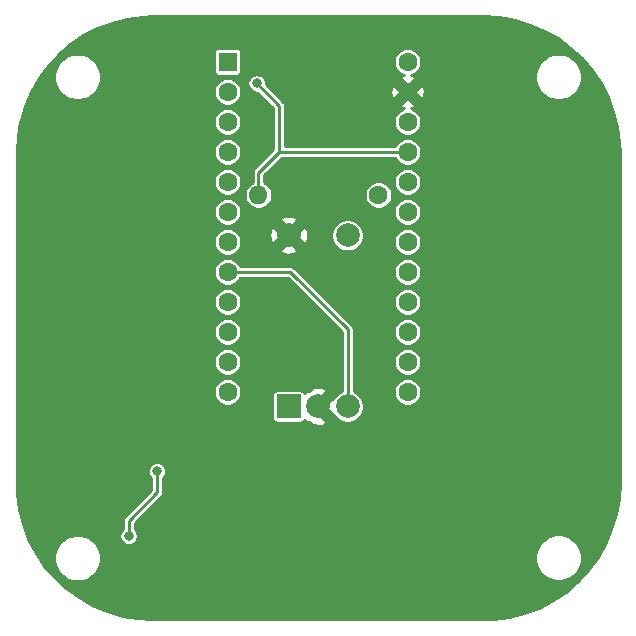
<source format=gbl>
G04 #@! TF.GenerationSoftware,KiCad,Pcbnew,(6.0.0)*
G04 #@! TF.CreationDate,2021-12-30T22:01:47+01:00*
G04 #@! TF.ProjectId,VolumeKnob,566f6c75-6d65-44b6-9e6f-622e6b696361,rev?*
G04 #@! TF.SameCoordinates,Original*
G04 #@! TF.FileFunction,Copper,L2,Bot*
G04 #@! TF.FilePolarity,Positive*
%FSLAX46Y46*%
G04 Gerber Fmt 4.6, Leading zero omitted, Abs format (unit mm)*
G04 Created by KiCad (PCBNEW (6.0.0)) date 2021-12-30 22:01:47*
%MOMM*%
%LPD*%
G01*
G04 APERTURE LIST*
G04 #@! TA.AperFunction,ComponentPad*
%ADD10R,1.600000X1.600000*%
G04 #@! TD*
G04 #@! TA.AperFunction,ComponentPad*
%ADD11C,1.600000*%
G04 #@! TD*
G04 #@! TA.AperFunction,ComponentPad*
%ADD12O,1.600000X1.600000*%
G04 #@! TD*
G04 #@! TA.AperFunction,ComponentPad*
%ADD13R,2.000000X2.000000*%
G04 #@! TD*
G04 #@! TA.AperFunction,ComponentPad*
%ADD14C,2.000000*%
G04 #@! TD*
G04 #@! TA.AperFunction,ViaPad*
%ADD15C,0.800000*%
G04 #@! TD*
G04 #@! TA.AperFunction,Conductor*
%ADD16C,0.250000*%
G04 #@! TD*
G04 #@! TA.AperFunction,Conductor*
%ADD17C,0.254000*%
G04 #@! TD*
G04 APERTURE END LIST*
D10*
G04 #@! TO.P,U1,1*
G04 #@! TO.N,Net-(U1-Pad1)*
X91260000Y-72550000D03*
D11*
G04 #@! TO.P,U1,2*
G04 #@! TO.N,Net-(U1-Pad2)*
X91260000Y-75090000D03*
G04 #@! TO.P,U1,3*
G04 #@! TO.N,Net-(U1-Pad3)*
X91260000Y-77630000D03*
G04 #@! TO.P,U1,4*
G04 #@! TO.N,Net-(U1-Pad4)*
X91260000Y-80170000D03*
G04 #@! TO.P,U1,5*
G04 #@! TO.N,ButtonR*
X91260000Y-82710000D03*
G04 #@! TO.P,U1,6*
G04 #@! TO.N,Net-(U1-Pad6)*
X91260000Y-85250000D03*
G04 #@! TO.P,U1,7*
G04 #@! TO.N,Net-(U1-Pad7)*
X91260000Y-87790000D03*
G04 #@! TO.P,U1,8*
G04 #@! TO.N,C6*
X91260000Y-90330000D03*
G04 #@! TO.P,U1,9*
G04 #@! TO.N,D7*
X91260000Y-92870000D03*
G04 #@! TO.P,U1,10*
G04 #@! TO.N,DIN*
X91260000Y-95410000D03*
G04 #@! TO.P,U1,11*
G04 #@! TO.N,Net-(U1-Pad11)*
X91260000Y-97950000D03*
G04 #@! TO.P,U1,12*
G04 #@! TO.N,Net-(U1-Pad12)*
X91260000Y-100490000D03*
G04 #@! TO.P,U1,13*
G04 #@! TO.N,Net-(U1-Pad13)*
X106500000Y-100490000D03*
G04 #@! TO.P,U1,14*
G04 #@! TO.N,Net-(U1-Pad14)*
X106500000Y-97950000D03*
G04 #@! TO.P,U1,15*
G04 #@! TO.N,Net-(U1-Pad15)*
X106500000Y-95410000D03*
G04 #@! TO.P,U1,16*
G04 #@! TO.N,Net-(U1-Pad16)*
X106500000Y-92870000D03*
G04 #@! TO.P,U1,17*
G04 #@! TO.N,Net-(U1-Pad17)*
X106500000Y-90330000D03*
G04 #@! TO.P,U1,18*
G04 #@! TO.N,Net-(U1-Pad18)*
X106500000Y-87790000D03*
G04 #@! TO.P,U1,19*
G04 #@! TO.N,Net-(U1-Pad19)*
X106500000Y-85250000D03*
G04 #@! TO.P,U1,20*
G04 #@! TO.N,Net-(U1-Pad20)*
X106500000Y-82710000D03*
G04 #@! TO.P,U1,21*
G04 #@! TO.N,VCC*
X106500000Y-80170000D03*
G04 #@! TO.P,U1,22*
G04 #@! TO.N,Net-(U1-Pad22)*
X106500000Y-77630000D03*
G04 #@! TO.P,U1,23*
G04 #@! TO.N,GND*
X106500000Y-75090000D03*
G04 #@! TO.P,U1,24*
G04 #@! TO.N,Net-(U1-Pad24)*
X106500000Y-72550000D03*
G04 #@! TD*
G04 #@! TO.P,R1,1*
G04 #@! TO.N,ButtonR*
X104040000Y-83830000D03*
D12*
G04 #@! TO.P,R1,2*
G04 #@! TO.N,VCC*
X93880000Y-83830000D03*
G04 #@! TD*
D13*
G04 #@! TO.P,SW1,A*
G04 #@! TO.N,D7*
X96430000Y-101730000D03*
D14*
G04 #@! TO.P,SW1,B*
G04 #@! TO.N,C6*
X101430000Y-101730000D03*
G04 #@! TO.P,SW1,C*
G04 #@! TO.N,GND*
X98930000Y-101730000D03*
G04 #@! TO.P,SW1,S1*
X96430000Y-87230000D03*
G04 #@! TO.P,SW1,S2*
G04 #@! TO.N,ButtonR*
X101430000Y-87230000D03*
G04 #@! TD*
D15*
G04 #@! TO.N,VCC*
X93730000Y-74370000D03*
G04 #@! TO.N,GND*
X120350000Y-97770000D03*
X79460000Y-81160000D03*
G04 #@! TO.N,Net-(D14-Pad2)*
X85300000Y-107220000D03*
X82890000Y-112690000D03*
G04 #@! TD*
D16*
G04 #@! TO.N,VCC*
X93880000Y-83830000D02*
X93880000Y-81940000D01*
X95650000Y-80170000D02*
X106500000Y-80170000D01*
X95650000Y-76290000D02*
X93730000Y-74370000D01*
X95650000Y-80170000D02*
X95650000Y-76290000D01*
X93880000Y-81940000D02*
X95650000Y-80170000D01*
G04 #@! TO.N,C6*
X96560000Y-90330000D02*
X91040000Y-90330000D01*
X101430000Y-95200000D02*
X96560000Y-90330000D01*
X101430000Y-101730000D02*
X101430000Y-95200000D01*
G04 #@! TO.N,Net-(D14-Pad2)*
X85300000Y-107220000D02*
X85300000Y-107220000D01*
X82890000Y-111410000D02*
X85300000Y-109000000D01*
X85300000Y-109000000D02*
X85300000Y-107220000D01*
X82890000Y-112690000D02*
X82890000Y-111410000D01*
G04 #@! TD*
G04 #@! TO.N,GND*
D17*
X114254242Y-68784949D02*
X115560921Y-69013001D01*
X116832734Y-69389730D01*
X118052824Y-69910142D01*
X119205003Y-70567333D01*
X120274021Y-71352603D01*
X121245692Y-72255536D01*
X122107142Y-73264165D01*
X122846958Y-74365127D01*
X123455327Y-75543818D01*
X123924191Y-76784629D01*
X124247332Y-78071108D01*
X124421121Y-79391165D01*
X124452201Y-80238782D01*
X124452200Y-108216232D01*
X124375051Y-109554242D01*
X124146999Y-110860923D01*
X123770270Y-112132734D01*
X123249857Y-113352827D01*
X122592667Y-114505003D01*
X121807396Y-115574021D01*
X120904464Y-116545693D01*
X119895835Y-117407142D01*
X118794869Y-118146960D01*
X117616178Y-118755329D01*
X116375374Y-119224190D01*
X115088893Y-119547331D01*
X113768835Y-119721121D01*
X112921246Y-119752200D01*
X84943768Y-119752200D01*
X83605758Y-119675051D01*
X82299077Y-119446999D01*
X81027266Y-119070270D01*
X79807173Y-118549857D01*
X78654997Y-117892667D01*
X77585979Y-117107396D01*
X76614307Y-116204464D01*
X75752858Y-115195835D01*
X75201418Y-114375204D01*
X76582200Y-114375204D01*
X76582200Y-114764796D01*
X76658205Y-115146903D01*
X76807296Y-115506840D01*
X77023742Y-115830774D01*
X77299226Y-116106258D01*
X77623160Y-116322704D01*
X77983097Y-116471795D01*
X78365204Y-116547800D01*
X78754796Y-116547800D01*
X79136903Y-116471795D01*
X79496840Y-116322704D01*
X79820774Y-116106258D01*
X80096258Y-115830774D01*
X80312704Y-115506840D01*
X80461795Y-115146903D01*
X80537800Y-114764796D01*
X80537800Y-114375204D01*
X80531833Y-114345204D01*
X117302200Y-114345204D01*
X117302200Y-114734796D01*
X117378205Y-115116903D01*
X117527296Y-115476840D01*
X117743742Y-115800774D01*
X118019226Y-116076258D01*
X118343160Y-116292704D01*
X118703097Y-116441795D01*
X119085204Y-116517800D01*
X119474796Y-116517800D01*
X119856903Y-116441795D01*
X120216840Y-116292704D01*
X120540774Y-116076258D01*
X120816258Y-115800774D01*
X121032704Y-115476840D01*
X121181795Y-115116903D01*
X121257800Y-114734796D01*
X121257800Y-114345204D01*
X121181795Y-113963097D01*
X121032704Y-113603160D01*
X120816258Y-113279226D01*
X120540774Y-113003742D01*
X120216840Y-112787296D01*
X119856903Y-112638205D01*
X119474796Y-112562200D01*
X119085204Y-112562200D01*
X118703097Y-112638205D01*
X118343160Y-112787296D01*
X118019226Y-113003742D01*
X117743742Y-113279226D01*
X117527296Y-113603160D01*
X117378205Y-113963097D01*
X117302200Y-114345204D01*
X80531833Y-114345204D01*
X80461795Y-113993097D01*
X80312704Y-113633160D01*
X80096258Y-113309226D01*
X79820774Y-113033742D01*
X79496840Y-112817296D01*
X79136903Y-112668205D01*
X78861342Y-112613393D01*
X82112200Y-112613393D01*
X82112200Y-112766607D01*
X82142091Y-112916876D01*
X82200723Y-113058426D01*
X82285844Y-113185818D01*
X82394182Y-113294156D01*
X82521574Y-113379277D01*
X82663124Y-113437909D01*
X82813393Y-113467800D01*
X82966607Y-113467800D01*
X83116876Y-113437909D01*
X83258426Y-113379277D01*
X83385818Y-113294156D01*
X83494156Y-113185818D01*
X83579277Y-113058426D01*
X83637909Y-112916876D01*
X83667800Y-112766607D01*
X83667800Y-112613393D01*
X83637909Y-112463124D01*
X83579277Y-112321574D01*
X83494156Y-112194182D01*
X83392800Y-112092826D01*
X83392800Y-111618266D01*
X85638075Y-109372992D01*
X85657253Y-109357253D01*
X85674002Y-109336845D01*
X85720085Y-109280692D01*
X85766774Y-109193344D01*
X85795524Y-109098566D01*
X85805232Y-109000000D01*
X85802800Y-108975308D01*
X85802800Y-107817174D01*
X85904156Y-107715818D01*
X85989277Y-107588426D01*
X86047909Y-107446876D01*
X86077800Y-107296607D01*
X86077800Y-107143393D01*
X86047909Y-106993124D01*
X85989277Y-106851574D01*
X85904156Y-106724182D01*
X85795818Y-106615844D01*
X85668426Y-106530723D01*
X85526876Y-106472091D01*
X85376607Y-106442200D01*
X85223393Y-106442200D01*
X85073124Y-106472091D01*
X84931574Y-106530723D01*
X84804182Y-106615844D01*
X84695844Y-106724182D01*
X84610723Y-106851574D01*
X84552091Y-106993124D01*
X84522200Y-107143393D01*
X84522200Y-107296607D01*
X84552091Y-107446876D01*
X84610723Y-107588426D01*
X84695844Y-107715818D01*
X84797201Y-107817175D01*
X84797200Y-108791733D01*
X82551926Y-111037008D01*
X82532748Y-111052747D01*
X82517009Y-111071925D01*
X82517007Y-111071927D01*
X82469915Y-111129309D01*
X82423227Y-111216656D01*
X82394476Y-111311435D01*
X82384768Y-111410000D01*
X82387201Y-111434702D01*
X82387200Y-112092826D01*
X82285844Y-112194182D01*
X82200723Y-112321574D01*
X82142091Y-112463124D01*
X82112200Y-112613393D01*
X78861342Y-112613393D01*
X78754796Y-112592200D01*
X78365204Y-112592200D01*
X77983097Y-112668205D01*
X77623160Y-112817296D01*
X77299226Y-113033742D01*
X77023742Y-113309226D01*
X76807296Y-113633160D01*
X76658205Y-113993097D01*
X76582200Y-114375204D01*
X75201418Y-114375204D01*
X75013040Y-114094869D01*
X74404671Y-112916178D01*
X73935810Y-111675374D01*
X73612669Y-110388893D01*
X73438879Y-109068835D01*
X73407800Y-108221246D01*
X73407800Y-100373997D01*
X90082200Y-100373997D01*
X90082200Y-100606003D01*
X90127462Y-100833552D01*
X90216247Y-101047898D01*
X90345143Y-101240804D01*
X90509196Y-101404857D01*
X90702102Y-101533753D01*
X90916448Y-101622538D01*
X91143997Y-101667800D01*
X91376003Y-101667800D01*
X91603552Y-101622538D01*
X91817898Y-101533753D01*
X92010804Y-101404857D01*
X92174857Y-101240804D01*
X92303753Y-101047898D01*
X92392538Y-100833552D01*
X92413135Y-100730000D01*
X95050372Y-100730000D01*
X95050372Y-102730000D01*
X95057666Y-102804062D01*
X95079269Y-102875277D01*
X95114351Y-102940910D01*
X95161562Y-102998438D01*
X95219090Y-103045649D01*
X95284723Y-103080731D01*
X95355938Y-103102334D01*
X95430000Y-103109628D01*
X97430000Y-103109628D01*
X97504062Y-103102334D01*
X97575277Y-103080731D01*
X97640910Y-103045649D01*
X97698438Y-102998438D01*
X97745649Y-102940910D01*
X97770973Y-102893532D01*
X98032473Y-103155032D01*
X98177975Y-103009530D01*
X98291302Y-103243678D01*
X98598877Y-103339197D01*
X98919178Y-103372875D01*
X99239895Y-103343418D01*
X99548703Y-103251960D01*
X99568698Y-103243678D01*
X99682026Y-103009527D01*
X98930000Y-102257502D01*
X98915858Y-102271644D01*
X98388356Y-101744142D01*
X98402498Y-101730000D01*
X98388356Y-101715858D01*
X98915858Y-101188356D01*
X98930000Y-101202498D01*
X99682026Y-100450473D01*
X99568698Y-100216322D01*
X99261123Y-100120803D01*
X98940822Y-100087125D01*
X98620105Y-100116582D01*
X98311297Y-100208040D01*
X98291302Y-100216322D01*
X98177975Y-100450470D01*
X98032473Y-100304968D01*
X97770973Y-100566468D01*
X97745649Y-100519090D01*
X97698438Y-100461562D01*
X97640910Y-100414351D01*
X97575277Y-100379269D01*
X97504062Y-100357666D01*
X97430000Y-100350372D01*
X95430000Y-100350372D01*
X95355938Y-100357666D01*
X95284723Y-100379269D01*
X95219090Y-100414351D01*
X95161562Y-100461562D01*
X95114351Y-100519090D01*
X95079269Y-100584723D01*
X95057666Y-100655938D01*
X95050372Y-100730000D01*
X92413135Y-100730000D01*
X92437800Y-100606003D01*
X92437800Y-100373997D01*
X92392538Y-100146448D01*
X92303753Y-99932102D01*
X92174857Y-99739196D01*
X92010804Y-99575143D01*
X91817898Y-99446247D01*
X91603552Y-99357462D01*
X91376003Y-99312200D01*
X91143997Y-99312200D01*
X90916448Y-99357462D01*
X90702102Y-99446247D01*
X90509196Y-99575143D01*
X90345143Y-99739196D01*
X90216247Y-99932102D01*
X90127462Y-100146448D01*
X90082200Y-100373997D01*
X73407800Y-100373997D01*
X73407800Y-97833997D01*
X90082200Y-97833997D01*
X90082200Y-98066003D01*
X90127462Y-98293552D01*
X90216247Y-98507898D01*
X90345143Y-98700804D01*
X90509196Y-98864857D01*
X90702102Y-98993753D01*
X90916448Y-99082538D01*
X91143997Y-99127800D01*
X91376003Y-99127800D01*
X91603552Y-99082538D01*
X91817898Y-98993753D01*
X92010804Y-98864857D01*
X92174857Y-98700804D01*
X92303753Y-98507898D01*
X92392538Y-98293552D01*
X92437800Y-98066003D01*
X92437800Y-97833997D01*
X92392538Y-97606448D01*
X92303753Y-97392102D01*
X92174857Y-97199196D01*
X92010804Y-97035143D01*
X91817898Y-96906247D01*
X91603552Y-96817462D01*
X91376003Y-96772200D01*
X91143997Y-96772200D01*
X90916448Y-96817462D01*
X90702102Y-96906247D01*
X90509196Y-97035143D01*
X90345143Y-97199196D01*
X90216247Y-97392102D01*
X90127462Y-97606448D01*
X90082200Y-97833997D01*
X73407800Y-97833997D01*
X73407800Y-95293997D01*
X90082200Y-95293997D01*
X90082200Y-95526003D01*
X90127462Y-95753552D01*
X90216247Y-95967898D01*
X90345143Y-96160804D01*
X90509196Y-96324857D01*
X90702102Y-96453753D01*
X90916448Y-96542538D01*
X91143997Y-96587800D01*
X91376003Y-96587800D01*
X91603552Y-96542538D01*
X91817898Y-96453753D01*
X92010804Y-96324857D01*
X92174857Y-96160804D01*
X92303753Y-95967898D01*
X92392538Y-95753552D01*
X92437800Y-95526003D01*
X92437800Y-95293997D01*
X92392538Y-95066448D01*
X92303753Y-94852102D01*
X92174857Y-94659196D01*
X92010804Y-94495143D01*
X91817898Y-94366247D01*
X91603552Y-94277462D01*
X91376003Y-94232200D01*
X91143997Y-94232200D01*
X90916448Y-94277462D01*
X90702102Y-94366247D01*
X90509196Y-94495143D01*
X90345143Y-94659196D01*
X90216247Y-94852102D01*
X90127462Y-95066448D01*
X90082200Y-95293997D01*
X73407800Y-95293997D01*
X73407800Y-92753997D01*
X90082200Y-92753997D01*
X90082200Y-92986003D01*
X90127462Y-93213552D01*
X90216247Y-93427898D01*
X90345143Y-93620804D01*
X90509196Y-93784857D01*
X90702102Y-93913753D01*
X90916448Y-94002538D01*
X91143997Y-94047800D01*
X91376003Y-94047800D01*
X91603552Y-94002538D01*
X91817898Y-93913753D01*
X92010804Y-93784857D01*
X92174857Y-93620804D01*
X92303753Y-93427898D01*
X92392538Y-93213552D01*
X92437800Y-92986003D01*
X92437800Y-92753997D01*
X92392538Y-92526448D01*
X92303753Y-92312102D01*
X92174857Y-92119196D01*
X92010804Y-91955143D01*
X91817898Y-91826247D01*
X91603552Y-91737462D01*
X91376003Y-91692200D01*
X91143997Y-91692200D01*
X90916448Y-91737462D01*
X90702102Y-91826247D01*
X90509196Y-91955143D01*
X90345143Y-92119196D01*
X90216247Y-92312102D01*
X90127462Y-92526448D01*
X90082200Y-92753997D01*
X73407800Y-92753997D01*
X73407800Y-90213997D01*
X90082200Y-90213997D01*
X90082200Y-90446003D01*
X90127462Y-90673552D01*
X90216247Y-90887898D01*
X90345143Y-91080804D01*
X90509196Y-91244857D01*
X90702102Y-91373753D01*
X90916448Y-91462538D01*
X91143997Y-91507800D01*
X91376003Y-91507800D01*
X91603552Y-91462538D01*
X91817898Y-91373753D01*
X92010804Y-91244857D01*
X92174857Y-91080804D01*
X92303753Y-90887898D01*
X92326575Y-90832800D01*
X96351734Y-90832800D01*
X100927201Y-95408268D01*
X100927200Y-100446946D01*
X100777367Y-100509009D01*
X100551703Y-100659793D01*
X100359793Y-100851703D01*
X100259319Y-101002073D01*
X100209527Y-100977974D01*
X99457502Y-101730000D01*
X100209527Y-102482026D01*
X100259319Y-102457927D01*
X100359793Y-102608297D01*
X100551703Y-102800207D01*
X100777367Y-102950991D01*
X101028110Y-103054852D01*
X101294299Y-103107800D01*
X101565701Y-103107800D01*
X101831890Y-103054852D01*
X102082633Y-102950991D01*
X102308297Y-102800207D01*
X102500207Y-102608297D01*
X102650991Y-102382633D01*
X102754852Y-102131890D01*
X102807800Y-101865701D01*
X102807800Y-101594299D01*
X102754852Y-101328110D01*
X102650991Y-101077367D01*
X102500207Y-100851703D01*
X102308297Y-100659793D01*
X102082633Y-100509009D01*
X101932800Y-100446946D01*
X101932800Y-100373997D01*
X105322200Y-100373997D01*
X105322200Y-100606003D01*
X105367462Y-100833552D01*
X105456247Y-101047898D01*
X105585143Y-101240804D01*
X105749196Y-101404857D01*
X105942102Y-101533753D01*
X106156448Y-101622538D01*
X106383997Y-101667800D01*
X106616003Y-101667800D01*
X106843552Y-101622538D01*
X107057898Y-101533753D01*
X107250804Y-101404857D01*
X107414857Y-101240804D01*
X107543753Y-101047898D01*
X107632538Y-100833552D01*
X107677800Y-100606003D01*
X107677800Y-100373997D01*
X107632538Y-100146448D01*
X107543753Y-99932102D01*
X107414857Y-99739196D01*
X107250804Y-99575143D01*
X107057898Y-99446247D01*
X106843552Y-99357462D01*
X106616003Y-99312200D01*
X106383997Y-99312200D01*
X106156448Y-99357462D01*
X105942102Y-99446247D01*
X105749196Y-99575143D01*
X105585143Y-99739196D01*
X105456247Y-99932102D01*
X105367462Y-100146448D01*
X105322200Y-100373997D01*
X101932800Y-100373997D01*
X101932800Y-97833997D01*
X105322200Y-97833997D01*
X105322200Y-98066003D01*
X105367462Y-98293552D01*
X105456247Y-98507898D01*
X105585143Y-98700804D01*
X105749196Y-98864857D01*
X105942102Y-98993753D01*
X106156448Y-99082538D01*
X106383997Y-99127800D01*
X106616003Y-99127800D01*
X106843552Y-99082538D01*
X107057898Y-98993753D01*
X107250804Y-98864857D01*
X107414857Y-98700804D01*
X107543753Y-98507898D01*
X107632538Y-98293552D01*
X107677800Y-98066003D01*
X107677800Y-97833997D01*
X107632538Y-97606448D01*
X107543753Y-97392102D01*
X107414857Y-97199196D01*
X107250804Y-97035143D01*
X107057898Y-96906247D01*
X106843552Y-96817462D01*
X106616003Y-96772200D01*
X106383997Y-96772200D01*
X106156448Y-96817462D01*
X105942102Y-96906247D01*
X105749196Y-97035143D01*
X105585143Y-97199196D01*
X105456247Y-97392102D01*
X105367462Y-97606448D01*
X105322200Y-97833997D01*
X101932800Y-97833997D01*
X101932800Y-95293997D01*
X105322200Y-95293997D01*
X105322200Y-95526003D01*
X105367462Y-95753552D01*
X105456247Y-95967898D01*
X105585143Y-96160804D01*
X105749196Y-96324857D01*
X105942102Y-96453753D01*
X106156448Y-96542538D01*
X106383997Y-96587800D01*
X106616003Y-96587800D01*
X106843552Y-96542538D01*
X107057898Y-96453753D01*
X107250804Y-96324857D01*
X107414857Y-96160804D01*
X107543753Y-95967898D01*
X107632538Y-95753552D01*
X107677800Y-95526003D01*
X107677800Y-95293997D01*
X107632538Y-95066448D01*
X107543753Y-94852102D01*
X107414857Y-94659196D01*
X107250804Y-94495143D01*
X107057898Y-94366247D01*
X106843552Y-94277462D01*
X106616003Y-94232200D01*
X106383997Y-94232200D01*
X106156448Y-94277462D01*
X105942102Y-94366247D01*
X105749196Y-94495143D01*
X105585143Y-94659196D01*
X105456247Y-94852102D01*
X105367462Y-95066448D01*
X105322200Y-95293997D01*
X101932800Y-95293997D01*
X101932800Y-95224691D01*
X101935232Y-95199999D01*
X101925524Y-95101434D01*
X101914911Y-95066448D01*
X101896774Y-95006656D01*
X101850085Y-94919308D01*
X101787253Y-94842747D01*
X101768075Y-94827008D01*
X99695064Y-92753997D01*
X105322200Y-92753997D01*
X105322200Y-92986003D01*
X105367462Y-93213552D01*
X105456247Y-93427898D01*
X105585143Y-93620804D01*
X105749196Y-93784857D01*
X105942102Y-93913753D01*
X106156448Y-94002538D01*
X106383997Y-94047800D01*
X106616003Y-94047800D01*
X106843552Y-94002538D01*
X107057898Y-93913753D01*
X107250804Y-93784857D01*
X107414857Y-93620804D01*
X107543753Y-93427898D01*
X107632538Y-93213552D01*
X107677800Y-92986003D01*
X107677800Y-92753997D01*
X107632538Y-92526448D01*
X107543753Y-92312102D01*
X107414857Y-92119196D01*
X107250804Y-91955143D01*
X107057898Y-91826247D01*
X106843552Y-91737462D01*
X106616003Y-91692200D01*
X106383997Y-91692200D01*
X106156448Y-91737462D01*
X105942102Y-91826247D01*
X105749196Y-91955143D01*
X105585143Y-92119196D01*
X105456247Y-92312102D01*
X105367462Y-92526448D01*
X105322200Y-92753997D01*
X99695064Y-92753997D01*
X97155064Y-90213997D01*
X105322200Y-90213997D01*
X105322200Y-90446003D01*
X105367462Y-90673552D01*
X105456247Y-90887898D01*
X105585143Y-91080804D01*
X105749196Y-91244857D01*
X105942102Y-91373753D01*
X106156448Y-91462538D01*
X106383997Y-91507800D01*
X106616003Y-91507800D01*
X106843552Y-91462538D01*
X107057898Y-91373753D01*
X107250804Y-91244857D01*
X107414857Y-91080804D01*
X107543753Y-90887898D01*
X107632538Y-90673552D01*
X107677800Y-90446003D01*
X107677800Y-90213997D01*
X107632538Y-89986448D01*
X107543753Y-89772102D01*
X107414857Y-89579196D01*
X107250804Y-89415143D01*
X107057898Y-89286247D01*
X106843552Y-89197462D01*
X106616003Y-89152200D01*
X106383997Y-89152200D01*
X106156448Y-89197462D01*
X105942102Y-89286247D01*
X105749196Y-89415143D01*
X105585143Y-89579196D01*
X105456247Y-89772102D01*
X105367462Y-89986448D01*
X105322200Y-90213997D01*
X97155064Y-90213997D01*
X96932996Y-89991930D01*
X96917253Y-89972747D01*
X96840692Y-89909915D01*
X96753344Y-89863226D01*
X96658566Y-89834476D01*
X96584692Y-89827200D01*
X96560000Y-89824768D01*
X96535308Y-89827200D01*
X92326575Y-89827200D01*
X92303753Y-89772102D01*
X92174857Y-89579196D01*
X92010804Y-89415143D01*
X91817898Y-89286247D01*
X91603552Y-89197462D01*
X91376003Y-89152200D01*
X91143997Y-89152200D01*
X90916448Y-89197462D01*
X90702102Y-89286247D01*
X90509196Y-89415143D01*
X90345143Y-89579196D01*
X90216247Y-89772102D01*
X90127462Y-89986448D01*
X90082200Y-90213997D01*
X73407800Y-90213997D01*
X73407800Y-87673997D01*
X90082200Y-87673997D01*
X90082200Y-87906003D01*
X90127462Y-88133552D01*
X90216247Y-88347898D01*
X90345143Y-88540804D01*
X90509196Y-88704857D01*
X90702102Y-88833753D01*
X90916448Y-88922538D01*
X91143997Y-88967800D01*
X91376003Y-88967800D01*
X91603552Y-88922538D01*
X91817898Y-88833753D01*
X92010804Y-88704857D01*
X92174857Y-88540804D01*
X92195755Y-88509527D01*
X95677974Y-88509527D01*
X95791302Y-88743678D01*
X96098877Y-88839197D01*
X96419178Y-88872875D01*
X96739895Y-88843418D01*
X97048703Y-88751960D01*
X97068698Y-88743678D01*
X97182026Y-88509527D01*
X96430000Y-87757502D01*
X95677974Y-88509527D01*
X92195755Y-88509527D01*
X92303753Y-88347898D01*
X92392538Y-88133552D01*
X92437800Y-87906003D01*
X92437800Y-87673997D01*
X92392538Y-87446448D01*
X92303753Y-87232102D01*
X92295118Y-87219178D01*
X94787125Y-87219178D01*
X94816582Y-87539895D01*
X94908040Y-87848703D01*
X94916322Y-87868698D01*
X95150473Y-87982026D01*
X95902498Y-87230000D01*
X96957502Y-87230000D01*
X97709527Y-87982026D01*
X97943678Y-87868698D01*
X98039197Y-87561123D01*
X98072875Y-87240822D01*
X98059418Y-87094299D01*
X100052200Y-87094299D01*
X100052200Y-87365701D01*
X100105148Y-87631890D01*
X100209009Y-87882633D01*
X100359793Y-88108297D01*
X100551703Y-88300207D01*
X100777367Y-88450991D01*
X101028110Y-88554852D01*
X101294299Y-88607800D01*
X101565701Y-88607800D01*
X101831890Y-88554852D01*
X102082633Y-88450991D01*
X102308297Y-88300207D01*
X102500207Y-88108297D01*
X102650991Y-87882633D01*
X102737410Y-87673997D01*
X105322200Y-87673997D01*
X105322200Y-87906003D01*
X105367462Y-88133552D01*
X105456247Y-88347898D01*
X105585143Y-88540804D01*
X105749196Y-88704857D01*
X105942102Y-88833753D01*
X106156448Y-88922538D01*
X106383997Y-88967800D01*
X106616003Y-88967800D01*
X106843552Y-88922538D01*
X107057898Y-88833753D01*
X107250804Y-88704857D01*
X107414857Y-88540804D01*
X107543753Y-88347898D01*
X107632538Y-88133552D01*
X107677800Y-87906003D01*
X107677800Y-87673997D01*
X107632538Y-87446448D01*
X107543753Y-87232102D01*
X107414857Y-87039196D01*
X107250804Y-86875143D01*
X107057898Y-86746247D01*
X106843552Y-86657462D01*
X106616003Y-86612200D01*
X106383997Y-86612200D01*
X106156448Y-86657462D01*
X105942102Y-86746247D01*
X105749196Y-86875143D01*
X105585143Y-87039196D01*
X105456247Y-87232102D01*
X105367462Y-87446448D01*
X105322200Y-87673997D01*
X102737410Y-87673997D01*
X102754852Y-87631890D01*
X102807800Y-87365701D01*
X102807800Y-87094299D01*
X102754852Y-86828110D01*
X102650991Y-86577367D01*
X102500207Y-86351703D01*
X102308297Y-86159793D01*
X102082633Y-86009009D01*
X101831890Y-85905148D01*
X101565701Y-85852200D01*
X101294299Y-85852200D01*
X101028110Y-85905148D01*
X100777367Y-86009009D01*
X100551703Y-86159793D01*
X100359793Y-86351703D01*
X100209009Y-86577367D01*
X100105148Y-86828110D01*
X100052200Y-87094299D01*
X98059418Y-87094299D01*
X98043418Y-86920105D01*
X97951960Y-86611297D01*
X97943678Y-86591302D01*
X97709527Y-86477974D01*
X96957502Y-87230000D01*
X95902498Y-87230000D01*
X95150473Y-86477974D01*
X94916322Y-86591302D01*
X94820803Y-86898877D01*
X94787125Y-87219178D01*
X92295118Y-87219178D01*
X92174857Y-87039196D01*
X92010804Y-86875143D01*
X91817898Y-86746247D01*
X91603552Y-86657462D01*
X91376003Y-86612200D01*
X91143997Y-86612200D01*
X90916448Y-86657462D01*
X90702102Y-86746247D01*
X90509196Y-86875143D01*
X90345143Y-87039196D01*
X90216247Y-87232102D01*
X90127462Y-87446448D01*
X90082200Y-87673997D01*
X73407800Y-87673997D01*
X73407800Y-85133997D01*
X90082200Y-85133997D01*
X90082200Y-85366003D01*
X90127462Y-85593552D01*
X90216247Y-85807898D01*
X90345143Y-86000804D01*
X90509196Y-86164857D01*
X90702102Y-86293753D01*
X90916448Y-86382538D01*
X91143997Y-86427800D01*
X91376003Y-86427800D01*
X91603552Y-86382538D01*
X91817898Y-86293753D01*
X92010804Y-86164857D01*
X92174857Y-86000804D01*
X92208487Y-85950473D01*
X95677974Y-85950473D01*
X96430000Y-86702498D01*
X97182026Y-85950473D01*
X97068698Y-85716322D01*
X96761123Y-85620803D01*
X96440822Y-85587125D01*
X96120105Y-85616582D01*
X95811297Y-85708040D01*
X95791302Y-85716322D01*
X95677974Y-85950473D01*
X92208487Y-85950473D01*
X92303753Y-85807898D01*
X92392538Y-85593552D01*
X92437800Y-85366003D01*
X92437800Y-85133997D01*
X105322200Y-85133997D01*
X105322200Y-85366003D01*
X105367462Y-85593552D01*
X105456247Y-85807898D01*
X105585143Y-86000804D01*
X105749196Y-86164857D01*
X105942102Y-86293753D01*
X106156448Y-86382538D01*
X106383997Y-86427800D01*
X106616003Y-86427800D01*
X106843552Y-86382538D01*
X107057898Y-86293753D01*
X107250804Y-86164857D01*
X107414857Y-86000804D01*
X107543753Y-85807898D01*
X107632538Y-85593552D01*
X107677800Y-85366003D01*
X107677800Y-85133997D01*
X107632538Y-84906448D01*
X107543753Y-84692102D01*
X107414857Y-84499196D01*
X107250804Y-84335143D01*
X107057898Y-84206247D01*
X106843552Y-84117462D01*
X106616003Y-84072200D01*
X106383997Y-84072200D01*
X106156448Y-84117462D01*
X105942102Y-84206247D01*
X105749196Y-84335143D01*
X105585143Y-84499196D01*
X105456247Y-84692102D01*
X105367462Y-84906448D01*
X105322200Y-85133997D01*
X92437800Y-85133997D01*
X92392538Y-84906448D01*
X92303753Y-84692102D01*
X92174857Y-84499196D01*
X92010804Y-84335143D01*
X91817898Y-84206247D01*
X91603552Y-84117462D01*
X91376003Y-84072200D01*
X91143997Y-84072200D01*
X90916448Y-84117462D01*
X90702102Y-84206247D01*
X90509196Y-84335143D01*
X90345143Y-84499196D01*
X90216247Y-84692102D01*
X90127462Y-84906448D01*
X90082200Y-85133997D01*
X73407800Y-85133997D01*
X73407800Y-82593997D01*
X90082200Y-82593997D01*
X90082200Y-82826003D01*
X90127462Y-83053552D01*
X90216247Y-83267898D01*
X90345143Y-83460804D01*
X90509196Y-83624857D01*
X90702102Y-83753753D01*
X90916448Y-83842538D01*
X91143997Y-83887800D01*
X91376003Y-83887800D01*
X91603552Y-83842538D01*
X91817898Y-83753753D01*
X91877396Y-83713997D01*
X92702200Y-83713997D01*
X92702200Y-83946003D01*
X92747462Y-84173552D01*
X92836247Y-84387898D01*
X92965143Y-84580804D01*
X93129196Y-84744857D01*
X93322102Y-84873753D01*
X93536448Y-84962538D01*
X93763997Y-85007800D01*
X93996003Y-85007800D01*
X94223552Y-84962538D01*
X94437898Y-84873753D01*
X94630804Y-84744857D01*
X94794857Y-84580804D01*
X94923753Y-84387898D01*
X95012538Y-84173552D01*
X95057800Y-83946003D01*
X95057800Y-83713997D01*
X102862200Y-83713997D01*
X102862200Y-83946003D01*
X102907462Y-84173552D01*
X102996247Y-84387898D01*
X103125143Y-84580804D01*
X103289196Y-84744857D01*
X103482102Y-84873753D01*
X103696448Y-84962538D01*
X103923997Y-85007800D01*
X104156003Y-85007800D01*
X104383552Y-84962538D01*
X104597898Y-84873753D01*
X104790804Y-84744857D01*
X104954857Y-84580804D01*
X105083753Y-84387898D01*
X105172538Y-84173552D01*
X105217800Y-83946003D01*
X105217800Y-83713997D01*
X105172538Y-83486448D01*
X105083753Y-83272102D01*
X104954857Y-83079196D01*
X104790804Y-82915143D01*
X104597898Y-82786247D01*
X104383552Y-82697462D01*
X104156003Y-82652200D01*
X103923997Y-82652200D01*
X103696448Y-82697462D01*
X103482102Y-82786247D01*
X103289196Y-82915143D01*
X103125143Y-83079196D01*
X102996247Y-83272102D01*
X102907462Y-83486448D01*
X102862200Y-83713997D01*
X95057800Y-83713997D01*
X95012538Y-83486448D01*
X94923753Y-83272102D01*
X94794857Y-83079196D01*
X94630804Y-82915143D01*
X94437898Y-82786247D01*
X94382800Y-82763425D01*
X94382800Y-82593997D01*
X105322200Y-82593997D01*
X105322200Y-82826003D01*
X105367462Y-83053552D01*
X105456247Y-83267898D01*
X105585143Y-83460804D01*
X105749196Y-83624857D01*
X105942102Y-83753753D01*
X106156448Y-83842538D01*
X106383997Y-83887800D01*
X106616003Y-83887800D01*
X106843552Y-83842538D01*
X107057898Y-83753753D01*
X107250804Y-83624857D01*
X107414857Y-83460804D01*
X107543753Y-83267898D01*
X107632538Y-83053552D01*
X107677800Y-82826003D01*
X107677800Y-82593997D01*
X107632538Y-82366448D01*
X107543753Y-82152102D01*
X107414857Y-81959196D01*
X107250804Y-81795143D01*
X107057898Y-81666247D01*
X106843552Y-81577462D01*
X106616003Y-81532200D01*
X106383997Y-81532200D01*
X106156448Y-81577462D01*
X105942102Y-81666247D01*
X105749196Y-81795143D01*
X105585143Y-81959196D01*
X105456247Y-82152102D01*
X105367462Y-82366448D01*
X105322200Y-82593997D01*
X94382800Y-82593997D01*
X94382800Y-82148266D01*
X95858267Y-80672800D01*
X105433425Y-80672800D01*
X105456247Y-80727898D01*
X105585143Y-80920804D01*
X105749196Y-81084857D01*
X105942102Y-81213753D01*
X106156448Y-81302538D01*
X106383997Y-81347800D01*
X106616003Y-81347800D01*
X106843552Y-81302538D01*
X107057898Y-81213753D01*
X107250804Y-81084857D01*
X107414857Y-80920804D01*
X107543753Y-80727898D01*
X107632538Y-80513552D01*
X107677800Y-80286003D01*
X107677800Y-80053997D01*
X107632538Y-79826448D01*
X107543753Y-79612102D01*
X107414857Y-79419196D01*
X107250804Y-79255143D01*
X107057898Y-79126247D01*
X106843552Y-79037462D01*
X106616003Y-78992200D01*
X106383997Y-78992200D01*
X106156448Y-79037462D01*
X105942102Y-79126247D01*
X105749196Y-79255143D01*
X105585143Y-79419196D01*
X105456247Y-79612102D01*
X105433425Y-79667200D01*
X96152800Y-79667200D01*
X96152800Y-77513997D01*
X105322200Y-77513997D01*
X105322200Y-77746003D01*
X105367462Y-77973552D01*
X105456247Y-78187898D01*
X105585143Y-78380804D01*
X105749196Y-78544857D01*
X105942102Y-78673753D01*
X106156448Y-78762538D01*
X106383997Y-78807800D01*
X106616003Y-78807800D01*
X106843552Y-78762538D01*
X107057898Y-78673753D01*
X107250804Y-78544857D01*
X107414857Y-78380804D01*
X107543753Y-78187898D01*
X107632538Y-77973552D01*
X107677800Y-77746003D01*
X107677800Y-77513997D01*
X107632538Y-77286448D01*
X107543753Y-77072102D01*
X107414857Y-76879196D01*
X107250804Y-76715143D01*
X107057898Y-76586247D01*
X106843552Y-76497462D01*
X106826091Y-76493989D01*
X107016941Y-76436094D01*
X107104424Y-76221926D01*
X106500000Y-75617502D01*
X105895576Y-76221926D01*
X105983059Y-76436094D01*
X106185269Y-76491729D01*
X106156448Y-76497462D01*
X105942102Y-76586247D01*
X105749196Y-76715143D01*
X105585143Y-76879196D01*
X105456247Y-77072102D01*
X105367462Y-77286448D01*
X105322200Y-77513997D01*
X96152800Y-77513997D01*
X96152800Y-76314691D01*
X96155232Y-76289999D01*
X96145524Y-76191434D01*
X96128027Y-76133753D01*
X96116774Y-76096656D01*
X96070085Y-76009308D01*
X96044134Y-75977687D01*
X96022993Y-75951926D01*
X96022992Y-75951925D01*
X96007253Y-75932747D01*
X95988075Y-75917008D01*
X95198604Y-75127537D01*
X105058546Y-75127537D01*
X105093566Y-75408030D01*
X105153906Y-75606941D01*
X105368074Y-75694424D01*
X105972498Y-75090000D01*
X107027502Y-75090000D01*
X107631926Y-75694424D01*
X107846094Y-75606941D01*
X107921080Y-75334398D01*
X107941454Y-75052463D01*
X107906434Y-74771970D01*
X107846094Y-74573059D01*
X107631926Y-74485576D01*
X107027502Y-75090000D01*
X105972498Y-75090000D01*
X105368074Y-74485576D01*
X105153906Y-74573059D01*
X105078920Y-74845602D01*
X105058546Y-75127537D01*
X95198604Y-75127537D01*
X94507800Y-74436734D01*
X94507800Y-74293393D01*
X94477909Y-74143124D01*
X94419277Y-74001574D01*
X94334156Y-73874182D01*
X94225818Y-73765844D01*
X94098426Y-73680723D01*
X93956876Y-73622091D01*
X93806607Y-73592200D01*
X93653393Y-73592200D01*
X93503124Y-73622091D01*
X93361574Y-73680723D01*
X93234182Y-73765844D01*
X93125844Y-73874182D01*
X93040723Y-74001574D01*
X92982091Y-74143124D01*
X92952200Y-74293393D01*
X92952200Y-74446607D01*
X92982091Y-74596876D01*
X93040723Y-74738426D01*
X93125844Y-74865818D01*
X93234182Y-74974156D01*
X93361574Y-75059277D01*
X93503124Y-75117909D01*
X93653393Y-75147800D01*
X93796734Y-75147800D01*
X95147201Y-76498268D01*
X95147200Y-79961733D01*
X93541926Y-81567008D01*
X93522748Y-81582747D01*
X93507009Y-81601925D01*
X93507007Y-81601927D01*
X93459915Y-81659309D01*
X93413227Y-81746656D01*
X93384476Y-81841435D01*
X93374768Y-81940000D01*
X93377201Y-81964702D01*
X93377201Y-82763424D01*
X93322102Y-82786247D01*
X93129196Y-82915143D01*
X92965143Y-83079196D01*
X92836247Y-83272102D01*
X92747462Y-83486448D01*
X92702200Y-83713997D01*
X91877396Y-83713997D01*
X92010804Y-83624857D01*
X92174857Y-83460804D01*
X92303753Y-83267898D01*
X92392538Y-83053552D01*
X92437800Y-82826003D01*
X92437800Y-82593997D01*
X92392538Y-82366448D01*
X92303753Y-82152102D01*
X92174857Y-81959196D01*
X92010804Y-81795143D01*
X91817898Y-81666247D01*
X91603552Y-81577462D01*
X91376003Y-81532200D01*
X91143997Y-81532200D01*
X90916448Y-81577462D01*
X90702102Y-81666247D01*
X90509196Y-81795143D01*
X90345143Y-81959196D01*
X90216247Y-82152102D01*
X90127462Y-82366448D01*
X90082200Y-82593997D01*
X73407800Y-82593997D01*
X73407800Y-80243768D01*
X73418742Y-80053997D01*
X90082200Y-80053997D01*
X90082200Y-80286003D01*
X90127462Y-80513552D01*
X90216247Y-80727898D01*
X90345143Y-80920804D01*
X90509196Y-81084857D01*
X90702102Y-81213753D01*
X90916448Y-81302538D01*
X91143997Y-81347800D01*
X91376003Y-81347800D01*
X91603552Y-81302538D01*
X91817898Y-81213753D01*
X92010804Y-81084857D01*
X92174857Y-80920804D01*
X92303753Y-80727898D01*
X92392538Y-80513552D01*
X92437800Y-80286003D01*
X92437800Y-80053997D01*
X92392538Y-79826448D01*
X92303753Y-79612102D01*
X92174857Y-79419196D01*
X92010804Y-79255143D01*
X91817898Y-79126247D01*
X91603552Y-79037462D01*
X91376003Y-78992200D01*
X91143997Y-78992200D01*
X90916448Y-79037462D01*
X90702102Y-79126247D01*
X90509196Y-79255143D01*
X90345143Y-79419196D01*
X90216247Y-79612102D01*
X90127462Y-79826448D01*
X90082200Y-80053997D01*
X73418742Y-80053997D01*
X73484949Y-78905758D01*
X73713001Y-77599079D01*
X73738203Y-77513997D01*
X90082200Y-77513997D01*
X90082200Y-77746003D01*
X90127462Y-77973552D01*
X90216247Y-78187898D01*
X90345143Y-78380804D01*
X90509196Y-78544857D01*
X90702102Y-78673753D01*
X90916448Y-78762538D01*
X91143997Y-78807800D01*
X91376003Y-78807800D01*
X91603552Y-78762538D01*
X91817898Y-78673753D01*
X92010804Y-78544857D01*
X92174857Y-78380804D01*
X92303753Y-78187898D01*
X92392538Y-77973552D01*
X92437800Y-77746003D01*
X92437800Y-77513997D01*
X92392538Y-77286448D01*
X92303753Y-77072102D01*
X92174857Y-76879196D01*
X92010804Y-76715143D01*
X91817898Y-76586247D01*
X91603552Y-76497462D01*
X91376003Y-76452200D01*
X91143997Y-76452200D01*
X90916448Y-76497462D01*
X90702102Y-76586247D01*
X90509196Y-76715143D01*
X90345143Y-76879196D01*
X90216247Y-77072102D01*
X90127462Y-77286448D01*
X90082200Y-77513997D01*
X73738203Y-77513997D01*
X74089730Y-76327266D01*
X74610142Y-75107176D01*
X75267333Y-73954997D01*
X75502243Y-73635204D01*
X76582200Y-73635204D01*
X76582200Y-74024796D01*
X76658205Y-74406903D01*
X76807296Y-74766840D01*
X77023742Y-75090774D01*
X77299226Y-75366258D01*
X77623160Y-75582704D01*
X77983097Y-75731795D01*
X78365204Y-75807800D01*
X78754796Y-75807800D01*
X79136903Y-75731795D01*
X79496840Y-75582704D01*
X79820774Y-75366258D01*
X80096258Y-75090774D01*
X80174285Y-74973997D01*
X90082200Y-74973997D01*
X90082200Y-75206003D01*
X90127462Y-75433552D01*
X90216247Y-75647898D01*
X90345143Y-75840804D01*
X90509196Y-76004857D01*
X90702102Y-76133753D01*
X90916448Y-76222538D01*
X91143997Y-76267800D01*
X91376003Y-76267800D01*
X91603552Y-76222538D01*
X91817898Y-76133753D01*
X92010804Y-76004857D01*
X92174857Y-75840804D01*
X92303753Y-75647898D01*
X92392538Y-75433552D01*
X92437800Y-75206003D01*
X92437800Y-74973997D01*
X92392538Y-74746448D01*
X92303753Y-74532102D01*
X92174857Y-74339196D01*
X92010804Y-74175143D01*
X91817898Y-74046247D01*
X91603552Y-73957462D01*
X91376003Y-73912200D01*
X91143997Y-73912200D01*
X90916448Y-73957462D01*
X90702102Y-74046247D01*
X90509196Y-74175143D01*
X90345143Y-74339196D01*
X90216247Y-74532102D01*
X90127462Y-74746448D01*
X90082200Y-74973997D01*
X80174285Y-74973997D01*
X80312704Y-74766840D01*
X80461795Y-74406903D01*
X80537800Y-74024796D01*
X80537800Y-73635204D01*
X80461795Y-73253097D01*
X80312704Y-72893160D01*
X80096258Y-72569226D01*
X79820774Y-72293742D01*
X79496840Y-72077296D01*
X79136903Y-71928205D01*
X78754796Y-71852200D01*
X78365204Y-71852200D01*
X77983097Y-71928205D01*
X77623160Y-72077296D01*
X77299226Y-72293742D01*
X77023742Y-72569226D01*
X76807296Y-72893160D01*
X76658205Y-73253097D01*
X76582200Y-73635204D01*
X75502243Y-73635204D01*
X76052603Y-72885979D01*
X76955536Y-71914308D01*
X77147916Y-71750000D01*
X90080372Y-71750000D01*
X90080372Y-73350000D01*
X90087666Y-73424062D01*
X90109269Y-73495277D01*
X90144351Y-73560910D01*
X90191562Y-73618438D01*
X90249090Y-73665649D01*
X90314723Y-73700731D01*
X90385938Y-73722334D01*
X90460000Y-73729628D01*
X92060000Y-73729628D01*
X92134062Y-73722334D01*
X92205277Y-73700731D01*
X92270910Y-73665649D01*
X92328438Y-73618438D01*
X92375649Y-73560910D01*
X92410731Y-73495277D01*
X92432334Y-73424062D01*
X92439628Y-73350000D01*
X92439628Y-72433997D01*
X105322200Y-72433997D01*
X105322200Y-72666003D01*
X105367462Y-72893552D01*
X105456247Y-73107898D01*
X105585143Y-73300804D01*
X105749196Y-73464857D01*
X105942102Y-73593753D01*
X106156448Y-73682538D01*
X106173909Y-73686011D01*
X105983059Y-73743906D01*
X105895576Y-73958074D01*
X106500000Y-74562498D01*
X107104424Y-73958074D01*
X107016941Y-73743906D01*
X106814731Y-73688271D01*
X106843552Y-73682538D01*
X106957826Y-73635204D01*
X117302200Y-73635204D01*
X117302200Y-74024796D01*
X117378205Y-74406903D01*
X117527296Y-74766840D01*
X117743742Y-75090774D01*
X118019226Y-75366258D01*
X118343160Y-75582704D01*
X118703097Y-75731795D01*
X119085204Y-75807800D01*
X119474796Y-75807800D01*
X119856903Y-75731795D01*
X120216840Y-75582704D01*
X120540774Y-75366258D01*
X120816258Y-75090774D01*
X121032704Y-74766840D01*
X121181795Y-74406903D01*
X121257800Y-74024796D01*
X121257800Y-73635204D01*
X121181795Y-73253097D01*
X121032704Y-72893160D01*
X120816258Y-72569226D01*
X120540774Y-72293742D01*
X120216840Y-72077296D01*
X119856903Y-71928205D01*
X119474796Y-71852200D01*
X119085204Y-71852200D01*
X118703097Y-71928205D01*
X118343160Y-72077296D01*
X118019226Y-72293742D01*
X117743742Y-72569226D01*
X117527296Y-72893160D01*
X117378205Y-73253097D01*
X117302200Y-73635204D01*
X106957826Y-73635204D01*
X107057898Y-73593753D01*
X107250804Y-73464857D01*
X107414857Y-73300804D01*
X107543753Y-73107898D01*
X107632538Y-72893552D01*
X107677800Y-72666003D01*
X107677800Y-72433997D01*
X107632538Y-72206448D01*
X107543753Y-71992102D01*
X107414857Y-71799196D01*
X107250804Y-71635143D01*
X107057898Y-71506247D01*
X106843552Y-71417462D01*
X106616003Y-71372200D01*
X106383997Y-71372200D01*
X106156448Y-71417462D01*
X105942102Y-71506247D01*
X105749196Y-71635143D01*
X105585143Y-71799196D01*
X105456247Y-71992102D01*
X105367462Y-72206448D01*
X105322200Y-72433997D01*
X92439628Y-72433997D01*
X92439628Y-71750000D01*
X92432334Y-71675938D01*
X92410731Y-71604723D01*
X92375649Y-71539090D01*
X92328438Y-71481562D01*
X92270910Y-71434351D01*
X92205277Y-71399269D01*
X92134062Y-71377666D01*
X92060000Y-71370372D01*
X90460000Y-71370372D01*
X90385938Y-71377666D01*
X90314723Y-71399269D01*
X90249090Y-71434351D01*
X90191562Y-71481562D01*
X90144351Y-71539090D01*
X90109269Y-71604723D01*
X90087666Y-71675938D01*
X90080372Y-71750000D01*
X77147916Y-71750000D01*
X77964165Y-71052858D01*
X79065127Y-70313042D01*
X80243818Y-69704673D01*
X81484629Y-69235809D01*
X82771108Y-68912668D01*
X84091165Y-68738879D01*
X84938755Y-68707800D01*
X112916232Y-68707800D01*
X114254242Y-68784949D02*
X112916232Y-68707800D01*
G04 #@! TA.AperFunction,Conductor*
G36*
X114254242Y-68784949D02*
G01*
X115560921Y-69013001D01*
X116832734Y-69389730D01*
X118052824Y-69910142D01*
X119205003Y-70567333D01*
X120274021Y-71352603D01*
X121245692Y-72255536D01*
X122107142Y-73264165D01*
X122846958Y-74365127D01*
X123455327Y-75543818D01*
X123924191Y-76784629D01*
X124247332Y-78071108D01*
X124421121Y-79391165D01*
X124452201Y-80238782D01*
X124452200Y-108216232D01*
X124375051Y-109554242D01*
X124146999Y-110860923D01*
X123770270Y-112132734D01*
X123249857Y-113352827D01*
X122592667Y-114505003D01*
X121807396Y-115574021D01*
X120904464Y-116545693D01*
X119895835Y-117407142D01*
X118794869Y-118146960D01*
X117616178Y-118755329D01*
X116375374Y-119224190D01*
X115088893Y-119547331D01*
X113768835Y-119721121D01*
X112921246Y-119752200D01*
X84943768Y-119752200D01*
X83605758Y-119675051D01*
X82299077Y-119446999D01*
X81027266Y-119070270D01*
X79807173Y-118549857D01*
X78654997Y-117892667D01*
X77585979Y-117107396D01*
X76614307Y-116204464D01*
X75752858Y-115195835D01*
X75201418Y-114375204D01*
X76582200Y-114375204D01*
X76582200Y-114764796D01*
X76658205Y-115146903D01*
X76807296Y-115506840D01*
X77023742Y-115830774D01*
X77299226Y-116106258D01*
X77623160Y-116322704D01*
X77983097Y-116471795D01*
X78365204Y-116547800D01*
X78754796Y-116547800D01*
X79136903Y-116471795D01*
X79496840Y-116322704D01*
X79820774Y-116106258D01*
X80096258Y-115830774D01*
X80312704Y-115506840D01*
X80461795Y-115146903D01*
X80537800Y-114764796D01*
X80537800Y-114375204D01*
X80531833Y-114345204D01*
X117302200Y-114345204D01*
X117302200Y-114734796D01*
X117378205Y-115116903D01*
X117527296Y-115476840D01*
X117743742Y-115800774D01*
X118019226Y-116076258D01*
X118343160Y-116292704D01*
X118703097Y-116441795D01*
X119085204Y-116517800D01*
X119474796Y-116517800D01*
X119856903Y-116441795D01*
X120216840Y-116292704D01*
X120540774Y-116076258D01*
X120816258Y-115800774D01*
X121032704Y-115476840D01*
X121181795Y-115116903D01*
X121257800Y-114734796D01*
X121257800Y-114345204D01*
X121181795Y-113963097D01*
X121032704Y-113603160D01*
X120816258Y-113279226D01*
X120540774Y-113003742D01*
X120216840Y-112787296D01*
X119856903Y-112638205D01*
X119474796Y-112562200D01*
X119085204Y-112562200D01*
X118703097Y-112638205D01*
X118343160Y-112787296D01*
X118019226Y-113003742D01*
X117743742Y-113279226D01*
X117527296Y-113603160D01*
X117378205Y-113963097D01*
X117302200Y-114345204D01*
X80531833Y-114345204D01*
X80461795Y-113993097D01*
X80312704Y-113633160D01*
X80096258Y-113309226D01*
X79820774Y-113033742D01*
X79496840Y-112817296D01*
X79136903Y-112668205D01*
X78861342Y-112613393D01*
X82112200Y-112613393D01*
X82112200Y-112766607D01*
X82142091Y-112916876D01*
X82200723Y-113058426D01*
X82285844Y-113185818D01*
X82394182Y-113294156D01*
X82521574Y-113379277D01*
X82663124Y-113437909D01*
X82813393Y-113467800D01*
X82966607Y-113467800D01*
X83116876Y-113437909D01*
X83258426Y-113379277D01*
X83385818Y-113294156D01*
X83494156Y-113185818D01*
X83579277Y-113058426D01*
X83637909Y-112916876D01*
X83667800Y-112766607D01*
X83667800Y-112613393D01*
X83637909Y-112463124D01*
X83579277Y-112321574D01*
X83494156Y-112194182D01*
X83392800Y-112092826D01*
X83392800Y-111618266D01*
X85638075Y-109372992D01*
X85657253Y-109357253D01*
X85674002Y-109336845D01*
X85720085Y-109280692D01*
X85766774Y-109193344D01*
X85795524Y-109098566D01*
X85805232Y-109000000D01*
X85802800Y-108975308D01*
X85802800Y-107817174D01*
X85904156Y-107715818D01*
X85989277Y-107588426D01*
X86047909Y-107446876D01*
X86077800Y-107296607D01*
X86077800Y-107143393D01*
X86047909Y-106993124D01*
X85989277Y-106851574D01*
X85904156Y-106724182D01*
X85795818Y-106615844D01*
X85668426Y-106530723D01*
X85526876Y-106472091D01*
X85376607Y-106442200D01*
X85223393Y-106442200D01*
X85073124Y-106472091D01*
X84931574Y-106530723D01*
X84804182Y-106615844D01*
X84695844Y-106724182D01*
X84610723Y-106851574D01*
X84552091Y-106993124D01*
X84522200Y-107143393D01*
X84522200Y-107296607D01*
X84552091Y-107446876D01*
X84610723Y-107588426D01*
X84695844Y-107715818D01*
X84797201Y-107817175D01*
X84797200Y-108791733D01*
X82551926Y-111037008D01*
X82532748Y-111052747D01*
X82517009Y-111071925D01*
X82517007Y-111071927D01*
X82469915Y-111129309D01*
X82423227Y-111216656D01*
X82394476Y-111311435D01*
X82384768Y-111410000D01*
X82387201Y-111434702D01*
X82387200Y-112092826D01*
X82285844Y-112194182D01*
X82200723Y-112321574D01*
X82142091Y-112463124D01*
X82112200Y-112613393D01*
X78861342Y-112613393D01*
X78754796Y-112592200D01*
X78365204Y-112592200D01*
X77983097Y-112668205D01*
X77623160Y-112817296D01*
X77299226Y-113033742D01*
X77023742Y-113309226D01*
X76807296Y-113633160D01*
X76658205Y-113993097D01*
X76582200Y-114375204D01*
X75201418Y-114375204D01*
X75013040Y-114094869D01*
X74404671Y-112916178D01*
X73935810Y-111675374D01*
X73612669Y-110388893D01*
X73438879Y-109068835D01*
X73407800Y-108221246D01*
X73407800Y-100373997D01*
X90082200Y-100373997D01*
X90082200Y-100606003D01*
X90127462Y-100833552D01*
X90216247Y-101047898D01*
X90345143Y-101240804D01*
X90509196Y-101404857D01*
X90702102Y-101533753D01*
X90916448Y-101622538D01*
X91143997Y-101667800D01*
X91376003Y-101667800D01*
X91603552Y-101622538D01*
X91817898Y-101533753D01*
X92010804Y-101404857D01*
X92174857Y-101240804D01*
X92303753Y-101047898D01*
X92392538Y-100833552D01*
X92413135Y-100730000D01*
X95050372Y-100730000D01*
X95050372Y-102730000D01*
X95057666Y-102804062D01*
X95079269Y-102875277D01*
X95114351Y-102940910D01*
X95161562Y-102998438D01*
X95219090Y-103045649D01*
X95284723Y-103080731D01*
X95355938Y-103102334D01*
X95430000Y-103109628D01*
X97430000Y-103109628D01*
X97504062Y-103102334D01*
X97575277Y-103080731D01*
X97640910Y-103045649D01*
X97698438Y-102998438D01*
X97745649Y-102940910D01*
X97770973Y-102893532D01*
X98032473Y-103155032D01*
X98177975Y-103009530D01*
X98291302Y-103243678D01*
X98598877Y-103339197D01*
X98919178Y-103372875D01*
X99239895Y-103343418D01*
X99548703Y-103251960D01*
X99568698Y-103243678D01*
X99682026Y-103009527D01*
X98930000Y-102257502D01*
X98915858Y-102271644D01*
X98388356Y-101744142D01*
X98402498Y-101730000D01*
X98388356Y-101715858D01*
X98915858Y-101188356D01*
X98930000Y-101202498D01*
X99682026Y-100450473D01*
X99568698Y-100216322D01*
X99261123Y-100120803D01*
X98940822Y-100087125D01*
X98620105Y-100116582D01*
X98311297Y-100208040D01*
X98291302Y-100216322D01*
X98177975Y-100450470D01*
X98032473Y-100304968D01*
X97770973Y-100566468D01*
X97745649Y-100519090D01*
X97698438Y-100461562D01*
X97640910Y-100414351D01*
X97575277Y-100379269D01*
X97504062Y-100357666D01*
X97430000Y-100350372D01*
X95430000Y-100350372D01*
X95355938Y-100357666D01*
X95284723Y-100379269D01*
X95219090Y-100414351D01*
X95161562Y-100461562D01*
X95114351Y-100519090D01*
X95079269Y-100584723D01*
X95057666Y-100655938D01*
X95050372Y-100730000D01*
X92413135Y-100730000D01*
X92437800Y-100606003D01*
X92437800Y-100373997D01*
X92392538Y-100146448D01*
X92303753Y-99932102D01*
X92174857Y-99739196D01*
X92010804Y-99575143D01*
X91817898Y-99446247D01*
X91603552Y-99357462D01*
X91376003Y-99312200D01*
X91143997Y-99312200D01*
X90916448Y-99357462D01*
X90702102Y-99446247D01*
X90509196Y-99575143D01*
X90345143Y-99739196D01*
X90216247Y-99932102D01*
X90127462Y-100146448D01*
X90082200Y-100373997D01*
X73407800Y-100373997D01*
X73407800Y-97833997D01*
X90082200Y-97833997D01*
X90082200Y-98066003D01*
X90127462Y-98293552D01*
X90216247Y-98507898D01*
X90345143Y-98700804D01*
X90509196Y-98864857D01*
X90702102Y-98993753D01*
X90916448Y-99082538D01*
X91143997Y-99127800D01*
X91376003Y-99127800D01*
X91603552Y-99082538D01*
X91817898Y-98993753D01*
X92010804Y-98864857D01*
X92174857Y-98700804D01*
X92303753Y-98507898D01*
X92392538Y-98293552D01*
X92437800Y-98066003D01*
X92437800Y-97833997D01*
X92392538Y-97606448D01*
X92303753Y-97392102D01*
X92174857Y-97199196D01*
X92010804Y-97035143D01*
X91817898Y-96906247D01*
X91603552Y-96817462D01*
X91376003Y-96772200D01*
X91143997Y-96772200D01*
X90916448Y-96817462D01*
X90702102Y-96906247D01*
X90509196Y-97035143D01*
X90345143Y-97199196D01*
X90216247Y-97392102D01*
X90127462Y-97606448D01*
X90082200Y-97833997D01*
X73407800Y-97833997D01*
X73407800Y-95293997D01*
X90082200Y-95293997D01*
X90082200Y-95526003D01*
X90127462Y-95753552D01*
X90216247Y-95967898D01*
X90345143Y-96160804D01*
X90509196Y-96324857D01*
X90702102Y-96453753D01*
X90916448Y-96542538D01*
X91143997Y-96587800D01*
X91376003Y-96587800D01*
X91603552Y-96542538D01*
X91817898Y-96453753D01*
X92010804Y-96324857D01*
X92174857Y-96160804D01*
X92303753Y-95967898D01*
X92392538Y-95753552D01*
X92437800Y-95526003D01*
X92437800Y-95293997D01*
X92392538Y-95066448D01*
X92303753Y-94852102D01*
X92174857Y-94659196D01*
X92010804Y-94495143D01*
X91817898Y-94366247D01*
X91603552Y-94277462D01*
X91376003Y-94232200D01*
X91143997Y-94232200D01*
X90916448Y-94277462D01*
X90702102Y-94366247D01*
X90509196Y-94495143D01*
X90345143Y-94659196D01*
X90216247Y-94852102D01*
X90127462Y-95066448D01*
X90082200Y-95293997D01*
X73407800Y-95293997D01*
X73407800Y-92753997D01*
X90082200Y-92753997D01*
X90082200Y-92986003D01*
X90127462Y-93213552D01*
X90216247Y-93427898D01*
X90345143Y-93620804D01*
X90509196Y-93784857D01*
X90702102Y-93913753D01*
X90916448Y-94002538D01*
X91143997Y-94047800D01*
X91376003Y-94047800D01*
X91603552Y-94002538D01*
X91817898Y-93913753D01*
X92010804Y-93784857D01*
X92174857Y-93620804D01*
X92303753Y-93427898D01*
X92392538Y-93213552D01*
X92437800Y-92986003D01*
X92437800Y-92753997D01*
X92392538Y-92526448D01*
X92303753Y-92312102D01*
X92174857Y-92119196D01*
X92010804Y-91955143D01*
X91817898Y-91826247D01*
X91603552Y-91737462D01*
X91376003Y-91692200D01*
X91143997Y-91692200D01*
X90916448Y-91737462D01*
X90702102Y-91826247D01*
X90509196Y-91955143D01*
X90345143Y-92119196D01*
X90216247Y-92312102D01*
X90127462Y-92526448D01*
X90082200Y-92753997D01*
X73407800Y-92753997D01*
X73407800Y-90213997D01*
X90082200Y-90213997D01*
X90082200Y-90446003D01*
X90127462Y-90673552D01*
X90216247Y-90887898D01*
X90345143Y-91080804D01*
X90509196Y-91244857D01*
X90702102Y-91373753D01*
X90916448Y-91462538D01*
X91143997Y-91507800D01*
X91376003Y-91507800D01*
X91603552Y-91462538D01*
X91817898Y-91373753D01*
X92010804Y-91244857D01*
X92174857Y-91080804D01*
X92303753Y-90887898D01*
X92326575Y-90832800D01*
X96351734Y-90832800D01*
X100927201Y-95408268D01*
X100927200Y-100446946D01*
X100777367Y-100509009D01*
X100551703Y-100659793D01*
X100359793Y-100851703D01*
X100259319Y-101002073D01*
X100209527Y-100977974D01*
X99457502Y-101730000D01*
X100209527Y-102482026D01*
X100259319Y-102457927D01*
X100359793Y-102608297D01*
X100551703Y-102800207D01*
X100777367Y-102950991D01*
X101028110Y-103054852D01*
X101294299Y-103107800D01*
X101565701Y-103107800D01*
X101831890Y-103054852D01*
X102082633Y-102950991D01*
X102308297Y-102800207D01*
X102500207Y-102608297D01*
X102650991Y-102382633D01*
X102754852Y-102131890D01*
X102807800Y-101865701D01*
X102807800Y-101594299D01*
X102754852Y-101328110D01*
X102650991Y-101077367D01*
X102500207Y-100851703D01*
X102308297Y-100659793D01*
X102082633Y-100509009D01*
X101932800Y-100446946D01*
X101932800Y-100373997D01*
X105322200Y-100373997D01*
X105322200Y-100606003D01*
X105367462Y-100833552D01*
X105456247Y-101047898D01*
X105585143Y-101240804D01*
X105749196Y-101404857D01*
X105942102Y-101533753D01*
X106156448Y-101622538D01*
X106383997Y-101667800D01*
X106616003Y-101667800D01*
X106843552Y-101622538D01*
X107057898Y-101533753D01*
X107250804Y-101404857D01*
X107414857Y-101240804D01*
X107543753Y-101047898D01*
X107632538Y-100833552D01*
X107677800Y-100606003D01*
X107677800Y-100373997D01*
X107632538Y-100146448D01*
X107543753Y-99932102D01*
X107414857Y-99739196D01*
X107250804Y-99575143D01*
X107057898Y-99446247D01*
X106843552Y-99357462D01*
X106616003Y-99312200D01*
X106383997Y-99312200D01*
X106156448Y-99357462D01*
X105942102Y-99446247D01*
X105749196Y-99575143D01*
X105585143Y-99739196D01*
X105456247Y-99932102D01*
X105367462Y-100146448D01*
X105322200Y-100373997D01*
X101932800Y-100373997D01*
X101932800Y-97833997D01*
X105322200Y-97833997D01*
X105322200Y-98066003D01*
X105367462Y-98293552D01*
X105456247Y-98507898D01*
X105585143Y-98700804D01*
X105749196Y-98864857D01*
X105942102Y-98993753D01*
X106156448Y-99082538D01*
X106383997Y-99127800D01*
X106616003Y-99127800D01*
X106843552Y-99082538D01*
X107057898Y-98993753D01*
X107250804Y-98864857D01*
X107414857Y-98700804D01*
X107543753Y-98507898D01*
X107632538Y-98293552D01*
X107677800Y-98066003D01*
X107677800Y-97833997D01*
X107632538Y-97606448D01*
X107543753Y-97392102D01*
X107414857Y-97199196D01*
X107250804Y-97035143D01*
X107057898Y-96906247D01*
X106843552Y-96817462D01*
X106616003Y-96772200D01*
X106383997Y-96772200D01*
X106156448Y-96817462D01*
X105942102Y-96906247D01*
X105749196Y-97035143D01*
X105585143Y-97199196D01*
X105456247Y-97392102D01*
X105367462Y-97606448D01*
X105322200Y-97833997D01*
X101932800Y-97833997D01*
X101932800Y-95293997D01*
X105322200Y-95293997D01*
X105322200Y-95526003D01*
X105367462Y-95753552D01*
X105456247Y-95967898D01*
X105585143Y-96160804D01*
X105749196Y-96324857D01*
X105942102Y-96453753D01*
X106156448Y-96542538D01*
X106383997Y-96587800D01*
X106616003Y-96587800D01*
X106843552Y-96542538D01*
X107057898Y-96453753D01*
X107250804Y-96324857D01*
X107414857Y-96160804D01*
X107543753Y-95967898D01*
X107632538Y-95753552D01*
X107677800Y-95526003D01*
X107677800Y-95293997D01*
X107632538Y-95066448D01*
X107543753Y-94852102D01*
X107414857Y-94659196D01*
X107250804Y-94495143D01*
X107057898Y-94366247D01*
X106843552Y-94277462D01*
X106616003Y-94232200D01*
X106383997Y-94232200D01*
X106156448Y-94277462D01*
X105942102Y-94366247D01*
X105749196Y-94495143D01*
X105585143Y-94659196D01*
X105456247Y-94852102D01*
X105367462Y-95066448D01*
X105322200Y-95293997D01*
X101932800Y-95293997D01*
X101932800Y-95224691D01*
X101935232Y-95199999D01*
X101925524Y-95101434D01*
X101914911Y-95066448D01*
X101896774Y-95006656D01*
X101850085Y-94919308D01*
X101787253Y-94842747D01*
X101768075Y-94827008D01*
X99695064Y-92753997D01*
X105322200Y-92753997D01*
X105322200Y-92986003D01*
X105367462Y-93213552D01*
X105456247Y-93427898D01*
X105585143Y-93620804D01*
X105749196Y-93784857D01*
X105942102Y-93913753D01*
X106156448Y-94002538D01*
X106383997Y-94047800D01*
X106616003Y-94047800D01*
X106843552Y-94002538D01*
X107057898Y-93913753D01*
X107250804Y-93784857D01*
X107414857Y-93620804D01*
X107543753Y-93427898D01*
X107632538Y-93213552D01*
X107677800Y-92986003D01*
X107677800Y-92753997D01*
X107632538Y-92526448D01*
X107543753Y-92312102D01*
X107414857Y-92119196D01*
X107250804Y-91955143D01*
X107057898Y-91826247D01*
X106843552Y-91737462D01*
X106616003Y-91692200D01*
X106383997Y-91692200D01*
X106156448Y-91737462D01*
X105942102Y-91826247D01*
X105749196Y-91955143D01*
X105585143Y-92119196D01*
X105456247Y-92312102D01*
X105367462Y-92526448D01*
X105322200Y-92753997D01*
X99695064Y-92753997D01*
X97155064Y-90213997D01*
X105322200Y-90213997D01*
X105322200Y-90446003D01*
X105367462Y-90673552D01*
X105456247Y-90887898D01*
X105585143Y-91080804D01*
X105749196Y-91244857D01*
X105942102Y-91373753D01*
X106156448Y-91462538D01*
X106383997Y-91507800D01*
X106616003Y-91507800D01*
X106843552Y-91462538D01*
X107057898Y-91373753D01*
X107250804Y-91244857D01*
X107414857Y-91080804D01*
X107543753Y-90887898D01*
X107632538Y-90673552D01*
X107677800Y-90446003D01*
X107677800Y-90213997D01*
X107632538Y-89986448D01*
X107543753Y-89772102D01*
X107414857Y-89579196D01*
X107250804Y-89415143D01*
X107057898Y-89286247D01*
X106843552Y-89197462D01*
X106616003Y-89152200D01*
X106383997Y-89152200D01*
X106156448Y-89197462D01*
X105942102Y-89286247D01*
X105749196Y-89415143D01*
X105585143Y-89579196D01*
X105456247Y-89772102D01*
X105367462Y-89986448D01*
X105322200Y-90213997D01*
X97155064Y-90213997D01*
X96932996Y-89991930D01*
X96917253Y-89972747D01*
X96840692Y-89909915D01*
X96753344Y-89863226D01*
X96658566Y-89834476D01*
X96584692Y-89827200D01*
X96560000Y-89824768D01*
X96535308Y-89827200D01*
X92326575Y-89827200D01*
X92303753Y-89772102D01*
X92174857Y-89579196D01*
X92010804Y-89415143D01*
X91817898Y-89286247D01*
X91603552Y-89197462D01*
X91376003Y-89152200D01*
X91143997Y-89152200D01*
X90916448Y-89197462D01*
X90702102Y-89286247D01*
X90509196Y-89415143D01*
X90345143Y-89579196D01*
X90216247Y-89772102D01*
X90127462Y-89986448D01*
X90082200Y-90213997D01*
X73407800Y-90213997D01*
X73407800Y-87673997D01*
X90082200Y-87673997D01*
X90082200Y-87906003D01*
X90127462Y-88133552D01*
X90216247Y-88347898D01*
X90345143Y-88540804D01*
X90509196Y-88704857D01*
X90702102Y-88833753D01*
X90916448Y-88922538D01*
X91143997Y-88967800D01*
X91376003Y-88967800D01*
X91603552Y-88922538D01*
X91817898Y-88833753D01*
X92010804Y-88704857D01*
X92174857Y-88540804D01*
X92195755Y-88509527D01*
X95677974Y-88509527D01*
X95791302Y-88743678D01*
X96098877Y-88839197D01*
X96419178Y-88872875D01*
X96739895Y-88843418D01*
X97048703Y-88751960D01*
X97068698Y-88743678D01*
X97182026Y-88509527D01*
X96430000Y-87757502D01*
X95677974Y-88509527D01*
X92195755Y-88509527D01*
X92303753Y-88347898D01*
X92392538Y-88133552D01*
X92437800Y-87906003D01*
X92437800Y-87673997D01*
X92392538Y-87446448D01*
X92303753Y-87232102D01*
X92295118Y-87219178D01*
X94787125Y-87219178D01*
X94816582Y-87539895D01*
X94908040Y-87848703D01*
X94916322Y-87868698D01*
X95150473Y-87982026D01*
X95902498Y-87230000D01*
X96957502Y-87230000D01*
X97709527Y-87982026D01*
X97943678Y-87868698D01*
X98039197Y-87561123D01*
X98072875Y-87240822D01*
X98059418Y-87094299D01*
X100052200Y-87094299D01*
X100052200Y-87365701D01*
X100105148Y-87631890D01*
X100209009Y-87882633D01*
X100359793Y-88108297D01*
X100551703Y-88300207D01*
X100777367Y-88450991D01*
X101028110Y-88554852D01*
X101294299Y-88607800D01*
X101565701Y-88607800D01*
X101831890Y-88554852D01*
X102082633Y-88450991D01*
X102308297Y-88300207D01*
X102500207Y-88108297D01*
X102650991Y-87882633D01*
X102737410Y-87673997D01*
X105322200Y-87673997D01*
X105322200Y-87906003D01*
X105367462Y-88133552D01*
X105456247Y-88347898D01*
X105585143Y-88540804D01*
X105749196Y-88704857D01*
X105942102Y-88833753D01*
X106156448Y-88922538D01*
X106383997Y-88967800D01*
X106616003Y-88967800D01*
X106843552Y-88922538D01*
X107057898Y-88833753D01*
X107250804Y-88704857D01*
X107414857Y-88540804D01*
X107543753Y-88347898D01*
X107632538Y-88133552D01*
X107677800Y-87906003D01*
X107677800Y-87673997D01*
X107632538Y-87446448D01*
X107543753Y-87232102D01*
X107414857Y-87039196D01*
X107250804Y-86875143D01*
X107057898Y-86746247D01*
X106843552Y-86657462D01*
X106616003Y-86612200D01*
X106383997Y-86612200D01*
X106156448Y-86657462D01*
X105942102Y-86746247D01*
X105749196Y-86875143D01*
X105585143Y-87039196D01*
X105456247Y-87232102D01*
X105367462Y-87446448D01*
X105322200Y-87673997D01*
X102737410Y-87673997D01*
X102754852Y-87631890D01*
X102807800Y-87365701D01*
X102807800Y-87094299D01*
X102754852Y-86828110D01*
X102650991Y-86577367D01*
X102500207Y-86351703D01*
X102308297Y-86159793D01*
X102082633Y-86009009D01*
X101831890Y-85905148D01*
X101565701Y-85852200D01*
X101294299Y-85852200D01*
X101028110Y-85905148D01*
X100777367Y-86009009D01*
X100551703Y-86159793D01*
X100359793Y-86351703D01*
X100209009Y-86577367D01*
X100105148Y-86828110D01*
X100052200Y-87094299D01*
X98059418Y-87094299D01*
X98043418Y-86920105D01*
X97951960Y-86611297D01*
X97943678Y-86591302D01*
X97709527Y-86477974D01*
X96957502Y-87230000D01*
X95902498Y-87230000D01*
X95150473Y-86477974D01*
X94916322Y-86591302D01*
X94820803Y-86898877D01*
X94787125Y-87219178D01*
X92295118Y-87219178D01*
X92174857Y-87039196D01*
X92010804Y-86875143D01*
X91817898Y-86746247D01*
X91603552Y-86657462D01*
X91376003Y-86612200D01*
X91143997Y-86612200D01*
X90916448Y-86657462D01*
X90702102Y-86746247D01*
X90509196Y-86875143D01*
X90345143Y-87039196D01*
X90216247Y-87232102D01*
X90127462Y-87446448D01*
X90082200Y-87673997D01*
X73407800Y-87673997D01*
X73407800Y-85133997D01*
X90082200Y-85133997D01*
X90082200Y-85366003D01*
X90127462Y-85593552D01*
X90216247Y-85807898D01*
X90345143Y-86000804D01*
X90509196Y-86164857D01*
X90702102Y-86293753D01*
X90916448Y-86382538D01*
X91143997Y-86427800D01*
X91376003Y-86427800D01*
X91603552Y-86382538D01*
X91817898Y-86293753D01*
X92010804Y-86164857D01*
X92174857Y-86000804D01*
X92208487Y-85950473D01*
X95677974Y-85950473D01*
X96430000Y-86702498D01*
X97182026Y-85950473D01*
X97068698Y-85716322D01*
X96761123Y-85620803D01*
X96440822Y-85587125D01*
X96120105Y-85616582D01*
X95811297Y-85708040D01*
X95791302Y-85716322D01*
X95677974Y-85950473D01*
X92208487Y-85950473D01*
X92303753Y-85807898D01*
X92392538Y-85593552D01*
X92437800Y-85366003D01*
X92437800Y-85133997D01*
X105322200Y-85133997D01*
X105322200Y-85366003D01*
X105367462Y-85593552D01*
X105456247Y-85807898D01*
X105585143Y-86000804D01*
X105749196Y-86164857D01*
X105942102Y-86293753D01*
X106156448Y-86382538D01*
X106383997Y-86427800D01*
X106616003Y-86427800D01*
X106843552Y-86382538D01*
X107057898Y-86293753D01*
X107250804Y-86164857D01*
X107414857Y-86000804D01*
X107543753Y-85807898D01*
X107632538Y-85593552D01*
X107677800Y-85366003D01*
X107677800Y-85133997D01*
X107632538Y-84906448D01*
X107543753Y-84692102D01*
X107414857Y-84499196D01*
X107250804Y-84335143D01*
X107057898Y-84206247D01*
X106843552Y-84117462D01*
X106616003Y-84072200D01*
X106383997Y-84072200D01*
X106156448Y-84117462D01*
X105942102Y-84206247D01*
X105749196Y-84335143D01*
X105585143Y-84499196D01*
X105456247Y-84692102D01*
X105367462Y-84906448D01*
X105322200Y-85133997D01*
X92437800Y-85133997D01*
X92392538Y-84906448D01*
X92303753Y-84692102D01*
X92174857Y-84499196D01*
X92010804Y-84335143D01*
X91817898Y-84206247D01*
X91603552Y-84117462D01*
X91376003Y-84072200D01*
X91143997Y-84072200D01*
X90916448Y-84117462D01*
X90702102Y-84206247D01*
X90509196Y-84335143D01*
X90345143Y-84499196D01*
X90216247Y-84692102D01*
X90127462Y-84906448D01*
X90082200Y-85133997D01*
X73407800Y-85133997D01*
X73407800Y-82593997D01*
X90082200Y-82593997D01*
X90082200Y-82826003D01*
X90127462Y-83053552D01*
X90216247Y-83267898D01*
X90345143Y-83460804D01*
X90509196Y-83624857D01*
X90702102Y-83753753D01*
X90916448Y-83842538D01*
X91143997Y-83887800D01*
X91376003Y-83887800D01*
X91603552Y-83842538D01*
X91817898Y-83753753D01*
X91877396Y-83713997D01*
X92702200Y-83713997D01*
X92702200Y-83946003D01*
X92747462Y-84173552D01*
X92836247Y-84387898D01*
X92965143Y-84580804D01*
X93129196Y-84744857D01*
X93322102Y-84873753D01*
X93536448Y-84962538D01*
X93763997Y-85007800D01*
X93996003Y-85007800D01*
X94223552Y-84962538D01*
X94437898Y-84873753D01*
X94630804Y-84744857D01*
X94794857Y-84580804D01*
X94923753Y-84387898D01*
X95012538Y-84173552D01*
X95057800Y-83946003D01*
X95057800Y-83713997D01*
X102862200Y-83713997D01*
X102862200Y-83946003D01*
X102907462Y-84173552D01*
X102996247Y-84387898D01*
X103125143Y-84580804D01*
X103289196Y-84744857D01*
X103482102Y-84873753D01*
X103696448Y-84962538D01*
X103923997Y-85007800D01*
X104156003Y-85007800D01*
X104383552Y-84962538D01*
X104597898Y-84873753D01*
X104790804Y-84744857D01*
X104954857Y-84580804D01*
X105083753Y-84387898D01*
X105172538Y-84173552D01*
X105217800Y-83946003D01*
X105217800Y-83713997D01*
X105172538Y-83486448D01*
X105083753Y-83272102D01*
X104954857Y-83079196D01*
X104790804Y-82915143D01*
X104597898Y-82786247D01*
X104383552Y-82697462D01*
X104156003Y-82652200D01*
X103923997Y-82652200D01*
X103696448Y-82697462D01*
X103482102Y-82786247D01*
X103289196Y-82915143D01*
X103125143Y-83079196D01*
X102996247Y-83272102D01*
X102907462Y-83486448D01*
X102862200Y-83713997D01*
X95057800Y-83713997D01*
X95012538Y-83486448D01*
X94923753Y-83272102D01*
X94794857Y-83079196D01*
X94630804Y-82915143D01*
X94437898Y-82786247D01*
X94382800Y-82763425D01*
X94382800Y-82593997D01*
X105322200Y-82593997D01*
X105322200Y-82826003D01*
X105367462Y-83053552D01*
X105456247Y-83267898D01*
X105585143Y-83460804D01*
X105749196Y-83624857D01*
X105942102Y-83753753D01*
X106156448Y-83842538D01*
X106383997Y-83887800D01*
X106616003Y-83887800D01*
X106843552Y-83842538D01*
X107057898Y-83753753D01*
X107250804Y-83624857D01*
X107414857Y-83460804D01*
X107543753Y-83267898D01*
X107632538Y-83053552D01*
X107677800Y-82826003D01*
X107677800Y-82593997D01*
X107632538Y-82366448D01*
X107543753Y-82152102D01*
X107414857Y-81959196D01*
X107250804Y-81795143D01*
X107057898Y-81666247D01*
X106843552Y-81577462D01*
X106616003Y-81532200D01*
X106383997Y-81532200D01*
X106156448Y-81577462D01*
X105942102Y-81666247D01*
X105749196Y-81795143D01*
X105585143Y-81959196D01*
X105456247Y-82152102D01*
X105367462Y-82366448D01*
X105322200Y-82593997D01*
X94382800Y-82593997D01*
X94382800Y-82148266D01*
X95858267Y-80672800D01*
X105433425Y-80672800D01*
X105456247Y-80727898D01*
X105585143Y-80920804D01*
X105749196Y-81084857D01*
X105942102Y-81213753D01*
X106156448Y-81302538D01*
X106383997Y-81347800D01*
X106616003Y-81347800D01*
X106843552Y-81302538D01*
X107057898Y-81213753D01*
X107250804Y-81084857D01*
X107414857Y-80920804D01*
X107543753Y-80727898D01*
X107632538Y-80513552D01*
X107677800Y-80286003D01*
X107677800Y-80053997D01*
X107632538Y-79826448D01*
X107543753Y-79612102D01*
X107414857Y-79419196D01*
X107250804Y-79255143D01*
X107057898Y-79126247D01*
X106843552Y-79037462D01*
X106616003Y-78992200D01*
X106383997Y-78992200D01*
X106156448Y-79037462D01*
X105942102Y-79126247D01*
X105749196Y-79255143D01*
X105585143Y-79419196D01*
X105456247Y-79612102D01*
X105433425Y-79667200D01*
X96152800Y-79667200D01*
X96152800Y-77513997D01*
X105322200Y-77513997D01*
X105322200Y-77746003D01*
X105367462Y-77973552D01*
X105456247Y-78187898D01*
X105585143Y-78380804D01*
X105749196Y-78544857D01*
X105942102Y-78673753D01*
X106156448Y-78762538D01*
X106383997Y-78807800D01*
X106616003Y-78807800D01*
X106843552Y-78762538D01*
X107057898Y-78673753D01*
X107250804Y-78544857D01*
X107414857Y-78380804D01*
X107543753Y-78187898D01*
X107632538Y-77973552D01*
X107677800Y-77746003D01*
X107677800Y-77513997D01*
X107632538Y-77286448D01*
X107543753Y-77072102D01*
X107414857Y-76879196D01*
X107250804Y-76715143D01*
X107057898Y-76586247D01*
X106843552Y-76497462D01*
X106826091Y-76493989D01*
X107016941Y-76436094D01*
X107104424Y-76221926D01*
X106500000Y-75617502D01*
X105895576Y-76221926D01*
X105983059Y-76436094D01*
X106185269Y-76491729D01*
X106156448Y-76497462D01*
X105942102Y-76586247D01*
X105749196Y-76715143D01*
X105585143Y-76879196D01*
X105456247Y-77072102D01*
X105367462Y-77286448D01*
X105322200Y-77513997D01*
X96152800Y-77513997D01*
X96152800Y-76314691D01*
X96155232Y-76289999D01*
X96145524Y-76191434D01*
X96128027Y-76133753D01*
X96116774Y-76096656D01*
X96070085Y-76009308D01*
X96044134Y-75977687D01*
X96022993Y-75951926D01*
X96022992Y-75951925D01*
X96007253Y-75932747D01*
X95988075Y-75917008D01*
X95198604Y-75127537D01*
X105058546Y-75127537D01*
X105093566Y-75408030D01*
X105153906Y-75606941D01*
X105368074Y-75694424D01*
X105972498Y-75090000D01*
X107027502Y-75090000D01*
X107631926Y-75694424D01*
X107846094Y-75606941D01*
X107921080Y-75334398D01*
X107941454Y-75052463D01*
X107906434Y-74771970D01*
X107846094Y-74573059D01*
X107631926Y-74485576D01*
X107027502Y-75090000D01*
X105972498Y-75090000D01*
X105368074Y-74485576D01*
X105153906Y-74573059D01*
X105078920Y-74845602D01*
X105058546Y-75127537D01*
X95198604Y-75127537D01*
X94507800Y-74436734D01*
X94507800Y-74293393D01*
X94477909Y-74143124D01*
X94419277Y-74001574D01*
X94334156Y-73874182D01*
X94225818Y-73765844D01*
X94098426Y-73680723D01*
X93956876Y-73622091D01*
X93806607Y-73592200D01*
X93653393Y-73592200D01*
X93503124Y-73622091D01*
X93361574Y-73680723D01*
X93234182Y-73765844D01*
X93125844Y-73874182D01*
X93040723Y-74001574D01*
X92982091Y-74143124D01*
X92952200Y-74293393D01*
X92952200Y-74446607D01*
X92982091Y-74596876D01*
X93040723Y-74738426D01*
X93125844Y-74865818D01*
X93234182Y-74974156D01*
X93361574Y-75059277D01*
X93503124Y-75117909D01*
X93653393Y-75147800D01*
X93796734Y-75147800D01*
X95147201Y-76498268D01*
X95147200Y-79961733D01*
X93541926Y-81567008D01*
X93522748Y-81582747D01*
X93507009Y-81601925D01*
X93507007Y-81601927D01*
X93459915Y-81659309D01*
X93413227Y-81746656D01*
X93384476Y-81841435D01*
X93374768Y-81940000D01*
X93377201Y-81964702D01*
X93377201Y-82763424D01*
X93322102Y-82786247D01*
X93129196Y-82915143D01*
X92965143Y-83079196D01*
X92836247Y-83272102D01*
X92747462Y-83486448D01*
X92702200Y-83713997D01*
X91877396Y-83713997D01*
X92010804Y-83624857D01*
X92174857Y-83460804D01*
X92303753Y-83267898D01*
X92392538Y-83053552D01*
X92437800Y-82826003D01*
X92437800Y-82593997D01*
X92392538Y-82366448D01*
X92303753Y-82152102D01*
X92174857Y-81959196D01*
X92010804Y-81795143D01*
X91817898Y-81666247D01*
X91603552Y-81577462D01*
X91376003Y-81532200D01*
X91143997Y-81532200D01*
X90916448Y-81577462D01*
X90702102Y-81666247D01*
X90509196Y-81795143D01*
X90345143Y-81959196D01*
X90216247Y-82152102D01*
X90127462Y-82366448D01*
X90082200Y-82593997D01*
X73407800Y-82593997D01*
X73407800Y-80243768D01*
X73418742Y-80053997D01*
X90082200Y-80053997D01*
X90082200Y-80286003D01*
X90127462Y-80513552D01*
X90216247Y-80727898D01*
X90345143Y-80920804D01*
X90509196Y-81084857D01*
X90702102Y-81213753D01*
X90916448Y-81302538D01*
X91143997Y-81347800D01*
X91376003Y-81347800D01*
X91603552Y-81302538D01*
X91817898Y-81213753D01*
X92010804Y-81084857D01*
X92174857Y-80920804D01*
X92303753Y-80727898D01*
X92392538Y-80513552D01*
X92437800Y-80286003D01*
X92437800Y-80053997D01*
X92392538Y-79826448D01*
X92303753Y-79612102D01*
X92174857Y-79419196D01*
X92010804Y-79255143D01*
X91817898Y-79126247D01*
X91603552Y-79037462D01*
X91376003Y-78992200D01*
X91143997Y-78992200D01*
X90916448Y-79037462D01*
X90702102Y-79126247D01*
X90509196Y-79255143D01*
X90345143Y-79419196D01*
X90216247Y-79612102D01*
X90127462Y-79826448D01*
X90082200Y-80053997D01*
X73418742Y-80053997D01*
X73484949Y-78905758D01*
X73713001Y-77599079D01*
X73738203Y-77513997D01*
X90082200Y-77513997D01*
X90082200Y-77746003D01*
X90127462Y-77973552D01*
X90216247Y-78187898D01*
X90345143Y-78380804D01*
X90509196Y-78544857D01*
X90702102Y-78673753D01*
X90916448Y-78762538D01*
X91143997Y-78807800D01*
X91376003Y-78807800D01*
X91603552Y-78762538D01*
X91817898Y-78673753D01*
X92010804Y-78544857D01*
X92174857Y-78380804D01*
X92303753Y-78187898D01*
X92392538Y-77973552D01*
X92437800Y-77746003D01*
X92437800Y-77513997D01*
X92392538Y-77286448D01*
X92303753Y-77072102D01*
X92174857Y-76879196D01*
X92010804Y-76715143D01*
X91817898Y-76586247D01*
X91603552Y-76497462D01*
X91376003Y-76452200D01*
X91143997Y-76452200D01*
X90916448Y-76497462D01*
X90702102Y-76586247D01*
X90509196Y-76715143D01*
X90345143Y-76879196D01*
X90216247Y-77072102D01*
X90127462Y-77286448D01*
X90082200Y-77513997D01*
X73738203Y-77513997D01*
X74089730Y-76327266D01*
X74610142Y-75107176D01*
X75267333Y-73954997D01*
X75502243Y-73635204D01*
X76582200Y-73635204D01*
X76582200Y-74024796D01*
X76658205Y-74406903D01*
X76807296Y-74766840D01*
X77023742Y-75090774D01*
X77299226Y-75366258D01*
X77623160Y-75582704D01*
X77983097Y-75731795D01*
X78365204Y-75807800D01*
X78754796Y-75807800D01*
X79136903Y-75731795D01*
X79496840Y-75582704D01*
X79820774Y-75366258D01*
X80096258Y-75090774D01*
X80174285Y-74973997D01*
X90082200Y-74973997D01*
X90082200Y-75206003D01*
X90127462Y-75433552D01*
X90216247Y-75647898D01*
X90345143Y-75840804D01*
X90509196Y-76004857D01*
X90702102Y-76133753D01*
X90916448Y-76222538D01*
X91143997Y-76267800D01*
X91376003Y-76267800D01*
X91603552Y-76222538D01*
X91817898Y-76133753D01*
X92010804Y-76004857D01*
X92174857Y-75840804D01*
X92303753Y-75647898D01*
X92392538Y-75433552D01*
X92437800Y-75206003D01*
X92437800Y-74973997D01*
X92392538Y-74746448D01*
X92303753Y-74532102D01*
X92174857Y-74339196D01*
X92010804Y-74175143D01*
X91817898Y-74046247D01*
X91603552Y-73957462D01*
X91376003Y-73912200D01*
X91143997Y-73912200D01*
X90916448Y-73957462D01*
X90702102Y-74046247D01*
X90509196Y-74175143D01*
X90345143Y-74339196D01*
X90216247Y-74532102D01*
X90127462Y-74746448D01*
X90082200Y-74973997D01*
X80174285Y-74973997D01*
X80312704Y-74766840D01*
X80461795Y-74406903D01*
X80537800Y-74024796D01*
X80537800Y-73635204D01*
X80461795Y-73253097D01*
X80312704Y-72893160D01*
X80096258Y-72569226D01*
X79820774Y-72293742D01*
X79496840Y-72077296D01*
X79136903Y-71928205D01*
X78754796Y-71852200D01*
X78365204Y-71852200D01*
X77983097Y-71928205D01*
X77623160Y-72077296D01*
X77299226Y-72293742D01*
X77023742Y-72569226D01*
X76807296Y-72893160D01*
X76658205Y-73253097D01*
X76582200Y-73635204D01*
X75502243Y-73635204D01*
X76052603Y-72885979D01*
X76955536Y-71914308D01*
X77147916Y-71750000D01*
X90080372Y-71750000D01*
X90080372Y-73350000D01*
X90087666Y-73424062D01*
X90109269Y-73495277D01*
X90144351Y-73560910D01*
X90191562Y-73618438D01*
X90249090Y-73665649D01*
X90314723Y-73700731D01*
X90385938Y-73722334D01*
X90460000Y-73729628D01*
X92060000Y-73729628D01*
X92134062Y-73722334D01*
X92205277Y-73700731D01*
X92270910Y-73665649D01*
X92328438Y-73618438D01*
X92375649Y-73560910D01*
X92410731Y-73495277D01*
X92432334Y-73424062D01*
X92439628Y-73350000D01*
X92439628Y-72433997D01*
X105322200Y-72433997D01*
X105322200Y-72666003D01*
X105367462Y-72893552D01*
X105456247Y-73107898D01*
X105585143Y-73300804D01*
X105749196Y-73464857D01*
X105942102Y-73593753D01*
X106156448Y-73682538D01*
X106173909Y-73686011D01*
X105983059Y-73743906D01*
X105895576Y-73958074D01*
X106500000Y-74562498D01*
X107104424Y-73958074D01*
X107016941Y-73743906D01*
X106814731Y-73688271D01*
X106843552Y-73682538D01*
X106957826Y-73635204D01*
X117302200Y-73635204D01*
X117302200Y-74024796D01*
X117378205Y-74406903D01*
X117527296Y-74766840D01*
X117743742Y-75090774D01*
X118019226Y-75366258D01*
X118343160Y-75582704D01*
X118703097Y-75731795D01*
X119085204Y-75807800D01*
X119474796Y-75807800D01*
X119856903Y-75731795D01*
X120216840Y-75582704D01*
X120540774Y-75366258D01*
X120816258Y-75090774D01*
X121032704Y-74766840D01*
X121181795Y-74406903D01*
X121257800Y-74024796D01*
X121257800Y-73635204D01*
X121181795Y-73253097D01*
X121032704Y-72893160D01*
X120816258Y-72569226D01*
X120540774Y-72293742D01*
X120216840Y-72077296D01*
X119856903Y-71928205D01*
X119474796Y-71852200D01*
X119085204Y-71852200D01*
X118703097Y-71928205D01*
X118343160Y-72077296D01*
X118019226Y-72293742D01*
X117743742Y-72569226D01*
X117527296Y-72893160D01*
X117378205Y-73253097D01*
X117302200Y-73635204D01*
X106957826Y-73635204D01*
X107057898Y-73593753D01*
X107250804Y-73464857D01*
X107414857Y-73300804D01*
X107543753Y-73107898D01*
X107632538Y-72893552D01*
X107677800Y-72666003D01*
X107677800Y-72433997D01*
X107632538Y-72206448D01*
X107543753Y-71992102D01*
X107414857Y-71799196D01*
X107250804Y-71635143D01*
X107057898Y-71506247D01*
X106843552Y-71417462D01*
X106616003Y-71372200D01*
X106383997Y-71372200D01*
X106156448Y-71417462D01*
X105942102Y-71506247D01*
X105749196Y-71635143D01*
X105585143Y-71799196D01*
X105456247Y-71992102D01*
X105367462Y-72206448D01*
X105322200Y-72433997D01*
X92439628Y-72433997D01*
X92439628Y-71750000D01*
X92432334Y-71675938D01*
X92410731Y-71604723D01*
X92375649Y-71539090D01*
X92328438Y-71481562D01*
X92270910Y-71434351D01*
X92205277Y-71399269D01*
X92134062Y-71377666D01*
X92060000Y-71370372D01*
X90460000Y-71370372D01*
X90385938Y-71377666D01*
X90314723Y-71399269D01*
X90249090Y-71434351D01*
X90191562Y-71481562D01*
X90144351Y-71539090D01*
X90109269Y-71604723D01*
X90087666Y-71675938D01*
X90080372Y-71750000D01*
X77147916Y-71750000D01*
X77964165Y-71052858D01*
X79065127Y-70313042D01*
X80243818Y-69704673D01*
X81484629Y-69235809D01*
X82771108Y-68912668D01*
X84091165Y-68738879D01*
X84938755Y-68707800D01*
X112916232Y-68707800D01*
X114254242Y-68784949D01*
G37*
G04 #@! TD.AperFunction*
G04 #@! TD*
M02*

</source>
